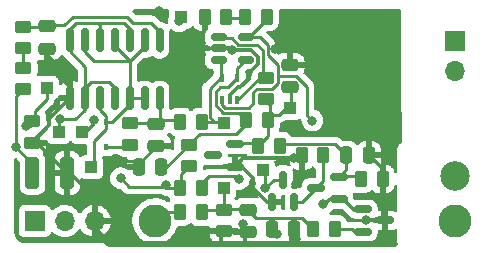
<source format=gbl>
G04 #@! TF.GenerationSoftware,KiCad,Pcbnew,5.99.0-unknown-4920692bcd~125~ubuntu20.04.1*
G04 #@! TF.CreationDate,2021-04-19T16:17:19+09:00*
G04 #@! TF.ProjectId,OpenHVPS-5,4f70656e-4856-4505-932d-352e6b696361,V1.2.1*
G04 #@! TF.SameCoordinates,Original*
G04 #@! TF.FileFunction,Copper,L4,Bot*
G04 #@! TF.FilePolarity,Positive*
%FSLAX46Y46*%
G04 Gerber Fmt 4.6, Leading zero omitted, Abs format (unit mm)*
G04 Created by KiCad (PCBNEW 5.99.0-unknown-4920692bcd~125~ubuntu20.04.1) date 2021-04-19 16:17:19*
%MOMM*%
%LPD*%
G01*
G04 APERTURE LIST*
G04 Aperture macros list*
%AMRoundRect*
0 Rectangle with rounded corners*
0 $1 Rounding radius*
0 $2 $3 $4 $5 $6 $7 $8 $9 X,Y pos of 4 corners*
0 Add a 4 corners polygon primitive as box body*
4,1,4,$2,$3,$4,$5,$6,$7,$8,$9,$2,$3,0*
0 Add four circle primitives for the rounded corners*
1,1,$1+$1,$2,$3*
1,1,$1+$1,$4,$5*
1,1,$1+$1,$6,$7*
1,1,$1+$1,$8,$9*
0 Add four rect primitives between the rounded corners*
20,1,$1+$1,$2,$3,$4,$5,0*
20,1,$1+$1,$4,$5,$6,$7,0*
20,1,$1+$1,$6,$7,$8,$9,0*
20,1,$1+$1,$8,$9,$2,$3,0*%
G04 Aperture macros list end*
G04 #@! TA.AperFunction,ComponentPad*
%ADD10R,1.700000X1.700000*%
G04 #@! TD*
G04 #@! TA.AperFunction,ComponentPad*
%ADD11O,1.700000X1.700000*%
G04 #@! TD*
G04 #@! TA.AperFunction,ComponentPad*
%ADD12C,2.500000*%
G04 #@! TD*
G04 #@! TA.AperFunction,ComponentPad*
%ADD13C,2.800000*%
G04 #@! TD*
G04 #@! TA.AperFunction,SMDPad,CuDef*
%ADD14R,1.000000X1.000000*%
G04 #@! TD*
G04 #@! TA.AperFunction,SMDPad,CuDef*
%ADD15RoundRect,0.250000X-0.262500X-0.450000X0.262500X-0.450000X0.262500X0.450000X-0.262500X0.450000X0*%
G04 #@! TD*
G04 #@! TA.AperFunction,SMDPad,CuDef*
%ADD16RoundRect,0.150000X0.587500X0.150000X-0.587500X0.150000X-0.587500X-0.150000X0.587500X-0.150000X0*%
G04 #@! TD*
G04 #@! TA.AperFunction,SMDPad,CuDef*
%ADD17RoundRect,0.250000X0.262500X0.450000X-0.262500X0.450000X-0.262500X-0.450000X0.262500X-0.450000X0*%
G04 #@! TD*
G04 #@! TA.AperFunction,SMDPad,CuDef*
%ADD18RoundRect,0.250000X-0.250000X-0.475000X0.250000X-0.475000X0.250000X0.475000X-0.250000X0.475000X0*%
G04 #@! TD*
G04 #@! TA.AperFunction,SMDPad,CuDef*
%ADD19RoundRect,0.250000X-0.475000X0.250000X-0.475000X-0.250000X0.475000X-0.250000X0.475000X0.250000X0*%
G04 #@! TD*
G04 #@! TA.AperFunction,SMDPad,CuDef*
%ADD20RoundRect,0.250000X0.450000X-0.262500X0.450000X0.262500X-0.450000X0.262500X-0.450000X-0.262500X0*%
G04 #@! TD*
G04 #@! TA.AperFunction,SMDPad,CuDef*
%ADD21RoundRect,0.250000X-0.450000X0.262500X-0.450000X-0.262500X0.450000X-0.262500X0.450000X0.262500X0*%
G04 #@! TD*
G04 #@! TA.AperFunction,SMDPad,CuDef*
%ADD22R,0.450000X0.600000*%
G04 #@! TD*
G04 #@! TA.AperFunction,SMDPad,CuDef*
%ADD23RoundRect,0.150000X-0.512500X-0.150000X0.512500X-0.150000X0.512500X0.150000X-0.512500X0.150000X0*%
G04 #@! TD*
G04 #@! TA.AperFunction,SMDPad,CuDef*
%ADD24RoundRect,0.150000X-0.587500X-0.150000X0.587500X-0.150000X0.587500X0.150000X-0.587500X0.150000X0*%
G04 #@! TD*
G04 #@! TA.AperFunction,SMDPad,CuDef*
%ADD25RoundRect,0.150000X0.150000X-0.587500X0.150000X0.587500X-0.150000X0.587500X-0.150000X-0.587500X0*%
G04 #@! TD*
G04 #@! TA.AperFunction,SMDPad,CuDef*
%ADD26RoundRect,0.150000X0.150000X-0.825000X0.150000X0.825000X-0.150000X0.825000X-0.150000X-0.825000X0*%
G04 #@! TD*
G04 #@! TA.AperFunction,SMDPad,CuDef*
%ADD27RoundRect,0.250000X0.250000X0.475000X-0.250000X0.475000X-0.250000X-0.475000X0.250000X-0.475000X0*%
G04 #@! TD*
G04 #@! TA.AperFunction,SMDPad,CuDef*
%ADD28RoundRect,0.250000X0.475000X-0.250000X0.475000X0.250000X-0.475000X0.250000X-0.475000X-0.250000X0*%
G04 #@! TD*
G04 #@! TA.AperFunction,SMDPad,CuDef*
%ADD29RoundRect,0.250000X-0.325000X-1.100000X0.325000X-1.100000X0.325000X1.100000X-0.325000X1.100000X0*%
G04 #@! TD*
G04 #@! TA.AperFunction,SMDPad,CuDef*
%ADD30R,0.400000X0.650000*%
G04 #@! TD*
G04 #@! TA.AperFunction,ViaPad*
%ADD31C,0.800000*%
G04 #@! TD*
G04 #@! TA.AperFunction,Conductor*
%ADD32C,0.250000*%
G04 #@! TD*
G04 #@! TA.AperFunction,Conductor*
%ADD33C,0.330200*%
G04 #@! TD*
G04 #@! TA.AperFunction,Conductor*
%ADD34C,0.500000*%
G04 #@! TD*
G04 APERTURE END LIST*
D10*
X164060000Y-60325000D03*
D11*
X164060000Y-62865000D03*
D12*
X164060000Y-71755000D03*
D13*
X164060000Y-75565000D03*
X138660000Y-75565000D03*
D10*
X128500000Y-75565000D03*
D11*
X131040000Y-75565000D03*
X133580000Y-75565000D03*
D14*
X132520000Y-68020000D03*
D15*
X140795500Y-74803000D03*
X142620500Y-74803000D03*
D14*
X150100000Y-66000000D03*
D15*
X140795500Y-72771000D03*
X142620500Y-72771000D03*
D16*
X154207500Y-71820000D03*
X154207500Y-73720000D03*
X152332500Y-72770000D03*
D14*
X140900000Y-58265000D03*
D17*
X144712500Y-58265000D03*
X142887500Y-58265000D03*
D18*
X148550000Y-76270000D03*
X150450000Y-76270000D03*
D19*
X129520000Y-59070000D03*
X129520000Y-60970000D03*
D14*
X133270000Y-71020000D03*
D18*
X154870000Y-70020000D03*
X156770000Y-70020000D03*
D20*
X141520000Y-70932500D03*
X141520000Y-69107500D03*
D21*
X144502000Y-74607500D03*
X144502000Y-76432500D03*
D22*
X134520000Y-67170000D03*
X134520000Y-69270000D03*
D21*
X127520000Y-59107500D03*
X127520000Y-60932500D03*
D23*
X144062500Y-61915000D03*
X144062500Y-60965000D03*
X144062500Y-60015000D03*
X146337500Y-60015000D03*
X146337500Y-61915000D03*
D19*
X146534000Y-74615000D03*
X146534000Y-76515000D03*
D24*
X156262500Y-76470000D03*
X156262500Y-74570000D03*
X158137500Y-75520000D03*
D15*
X146387500Y-67024000D03*
X148212500Y-67024000D03*
D25*
X150470000Y-73957500D03*
X148570000Y-73957500D03*
X149520000Y-72082500D03*
D14*
X129520000Y-64270000D03*
D17*
X148112500Y-58265000D03*
X146287500Y-58265000D03*
D19*
X138770000Y-67320000D03*
X138770000Y-69220000D03*
D15*
X147399500Y-69215000D03*
X149224500Y-69215000D03*
D14*
X144500000Y-67265000D03*
X144520000Y-72770000D03*
X147804000Y-71247000D03*
D26*
X139080000Y-65195000D03*
X137810000Y-65195000D03*
X136540000Y-65195000D03*
X135270000Y-65195000D03*
X134000000Y-65195000D03*
X132730000Y-65195000D03*
X131460000Y-65195000D03*
X131460000Y-60245000D03*
X132730000Y-60245000D03*
X134000000Y-60245000D03*
X135270000Y-60245000D03*
X136540000Y-60245000D03*
X137810000Y-60245000D03*
X139080000Y-60245000D03*
D21*
X128270000Y-67107500D03*
X128270000Y-68932500D03*
D27*
X139220000Y-71020000D03*
X137320000Y-71020000D03*
D15*
X140795500Y-67183000D03*
X142620500Y-67183000D03*
D21*
X136520000Y-67307500D03*
X136520000Y-69132500D03*
D15*
X156107500Y-72020000D03*
X157932500Y-72020000D03*
D14*
X130520000Y-68020000D03*
D16*
X145457500Y-69070000D03*
X145457500Y-70970000D03*
X143582500Y-70020000D03*
D17*
X152932500Y-70020000D03*
X151107500Y-70020000D03*
D28*
X150100000Y-64250000D03*
X150100000Y-62350000D03*
D20*
X127520000Y-64432500D03*
X127520000Y-62607500D03*
X148100000Y-65277500D03*
X148100000Y-63452500D03*
D29*
X128295000Y-71501000D03*
X131245000Y-71501000D03*
D17*
X153912500Y-76270000D03*
X152087500Y-76270000D03*
D30*
X145650000Y-65339000D03*
X145000000Y-65339000D03*
X144350000Y-65339000D03*
X144350000Y-63439000D03*
X145650000Y-63439000D03*
D31*
X145200000Y-61113817D03*
X154500000Y-68000000D03*
X146153000Y-75819000D03*
X150400000Y-70231000D03*
X150600000Y-77072500D03*
X132770000Y-72770000D03*
X141700000Y-61065000D03*
X148861441Y-61049870D03*
X138020000Y-62770000D03*
X156567000Y-75520000D03*
X150600000Y-72465000D03*
X135770000Y-70520000D03*
X130270000Y-62270000D03*
X139020000Y-57770000D03*
X133520000Y-67020000D03*
X139634500Y-72517000D03*
X135764700Y-71941100D03*
X126920900Y-69342400D03*
X148020000Y-72770000D03*
X130664198Y-66968888D03*
X149000000Y-76665000D03*
X145770000Y-72020000D03*
X152919800Y-74131600D03*
X127770000Y-67520000D03*
X140700000Y-58665000D03*
X152000000Y-67065000D03*
D32*
X140627500Y-67000000D02*
X140857500Y-66770000D01*
X138770000Y-67320000D02*
X139090000Y-67000000D01*
X138758000Y-67307500D02*
X138770000Y-67320000D01*
X139080000Y-65195000D02*
X139080000Y-67010000D01*
X139080000Y-67010000D02*
X138770000Y-67320000D01*
X139090000Y-67000000D02*
X140627500Y-67000000D01*
X136520000Y-67307500D02*
X138758000Y-67307500D01*
D33*
X156567000Y-75520000D02*
X157457500Y-75520000D01*
X150600000Y-72465000D02*
X150400000Y-72665000D01*
X158137500Y-77516500D02*
X158141000Y-77520000D01*
X131460000Y-65195000D02*
X129728389Y-66926611D01*
X146005000Y-70970000D02*
X147000000Y-71965000D01*
D34*
X134770000Y-77520000D02*
X158141000Y-77520000D01*
D33*
X139020000Y-57770000D02*
X139250000Y-58000000D01*
X157932500Y-72020000D02*
X157932500Y-71182500D01*
X129728389Y-66926611D02*
X129728389Y-67474111D01*
X131460000Y-65195000D02*
X131460000Y-64210000D01*
D32*
X131318000Y-70612000D02*
X131318000Y-70568000D01*
X131318000Y-71341500D02*
X131342000Y-71341500D01*
X137520000Y-70520000D02*
X135770000Y-70520000D01*
D33*
X131460000Y-64210000D02*
X130270000Y-63020000D01*
X146270000Y-76470000D02*
X146270000Y-77520000D01*
X146600000Y-63065000D02*
X146600000Y-63565000D01*
X146822000Y-61087000D02*
X147383380Y-61648380D01*
D34*
X158141000Y-77520000D02*
X159020000Y-77520000D01*
D33*
X150083380Y-70206620D02*
X150025000Y-70265000D01*
X131501000Y-71501000D02*
X132770000Y-72770000D01*
X133580000Y-75565000D02*
X133580000Y-76330000D01*
X144062500Y-60965000D02*
X145051183Y-60965000D01*
X148183915Y-73957500D02*
X148570000Y-73957500D01*
X146600000Y-63565000D02*
X145900000Y-64265000D01*
X150220000Y-76270000D02*
X150220000Y-77470000D01*
X145200000Y-61113817D02*
X145226817Y-61087000D01*
X132770000Y-72770000D02*
X133520000Y-72770000D01*
X157932500Y-72020000D02*
X157932500Y-75315000D01*
X144270000Y-76432500D02*
X144270000Y-77520000D01*
X145000000Y-64939100D02*
X145000000Y-65339000D01*
X129728389Y-67474111D02*
X128270000Y-68932500D01*
D32*
X138770000Y-69220000D02*
X138770000Y-69270000D01*
D33*
X133580000Y-73580000D02*
X132770000Y-72770000D01*
X146162500Y-70265000D02*
X145457500Y-70970000D01*
X128676500Y-68932500D02*
X128270000Y-68932500D01*
X147000000Y-72773585D02*
X148183915Y-73957500D01*
X145457500Y-70970000D02*
X145457500Y-70832500D01*
X145051183Y-60965000D02*
X145200000Y-61113817D01*
X131245000Y-71501000D02*
X128676500Y-68932500D01*
D32*
X138770000Y-69220000D02*
X138570000Y-69220000D01*
D34*
X133580000Y-76330000D02*
X134770000Y-77520000D01*
D33*
X130270000Y-63020000D02*
X130270000Y-62270000D01*
D32*
X138770000Y-69270000D02*
X137520000Y-70520000D01*
D33*
X145457500Y-70970000D02*
X146005000Y-70970000D01*
X129520000Y-61520000D02*
X129520000Y-60970000D01*
X133580000Y-75565000D02*
X133580000Y-73580000D01*
X138090000Y-62700000D02*
X138020000Y-62770000D01*
X133520000Y-72770000D02*
X135770000Y-70520000D01*
X147383380Y-62281620D02*
X146600000Y-63065000D01*
X157932500Y-75315000D02*
X158137500Y-75520000D01*
D32*
X131318000Y-70568000D02*
X131318000Y-70612000D01*
D33*
X146270000Y-75770000D02*
X146270000Y-76470000D01*
D32*
X131318000Y-71341500D02*
X131318000Y-70612000D01*
D33*
X145226817Y-61087000D02*
X146822000Y-61087000D01*
X147000000Y-71965000D02*
X147000000Y-72773585D01*
X145674100Y-64265000D02*
X145000000Y-64939100D01*
X150025000Y-70265000D02*
X146162500Y-70265000D01*
X131245000Y-71501000D02*
X131501000Y-71501000D01*
X147383380Y-61648380D02*
X147383380Y-62281620D01*
D34*
X131318000Y-72068000D02*
X131318000Y-71341500D01*
D33*
X157932500Y-71182500D02*
X156770000Y-70020000D01*
X130270000Y-62270000D02*
X129520000Y-61520000D01*
X158137500Y-75520000D02*
X158137500Y-77516500D01*
X150400000Y-72665000D02*
X150393382Y-72665000D01*
D32*
X151020000Y-69479400D02*
X151020000Y-70569000D01*
D33*
X145900000Y-64265000D02*
X145674100Y-64265000D01*
D32*
X133520000Y-67270000D02*
X133520000Y-67020000D01*
X132520000Y-68270000D02*
X133520000Y-67270000D01*
X156107500Y-72020000D02*
X155857500Y-71770000D01*
X149371020Y-69068480D02*
X149224500Y-69215000D01*
X154870000Y-70020000D02*
X153918480Y-69068480D01*
X155857500Y-71770000D02*
X154257500Y-71770000D01*
X154870000Y-70020000D02*
X154870000Y-71157500D01*
X154257500Y-71770000D02*
X154207500Y-71820000D01*
X154870000Y-71157500D02*
X154207500Y-71820000D01*
X153918480Y-69068480D02*
X149371020Y-69068480D01*
X154870000Y-70020000D02*
X154770000Y-70020000D01*
X154307500Y-71920000D02*
X154207500Y-71820000D01*
X154308000Y-71920000D02*
X154307500Y-71920000D01*
X154308000Y-71920000D02*
X154208000Y-71820000D01*
X156108000Y-72020000D02*
X156107500Y-72020000D01*
X128368000Y-71341500D02*
X128368000Y-70789500D01*
X139634500Y-72668600D02*
X136492200Y-72668600D01*
X139735900Y-72770000D02*
X139634500Y-72668600D01*
X140857500Y-72770000D02*
X140857500Y-71595000D01*
X136492200Y-72668600D02*
X135764700Y-71941100D01*
X127083100Y-69180200D02*
X126920900Y-69342400D01*
X140379300Y-72770000D02*
X139735900Y-72770000D01*
X128368000Y-70789500D02*
X126920900Y-69342400D01*
X126920900Y-65031600D02*
X127520000Y-64432500D01*
X140695000Y-72770000D02*
X140695000Y-72454300D01*
X126920900Y-69342400D02*
X126920900Y-65031600D01*
X140857500Y-71595000D02*
X141520000Y-70932500D01*
X140695000Y-72454300D02*
X140379300Y-72770000D01*
X139634500Y-72668600D02*
X139634500Y-72517000D01*
X148707500Y-72082500D02*
X149520000Y-72082500D01*
X149457500Y-72020000D02*
X149513300Y-72075700D01*
X148020000Y-71385000D02*
X148020000Y-72770000D01*
X147900000Y-71265000D02*
X148020000Y-71385000D01*
X148020000Y-72770000D02*
X148707500Y-72082500D01*
X149513300Y-72075700D02*
X149520000Y-72082500D01*
X151738500Y-73363700D02*
X152332000Y-72770000D01*
X150470000Y-73957500D02*
X151145000Y-73957500D01*
X152932500Y-72170000D02*
X152332500Y-72770000D01*
X151738500Y-73363700D02*
X151738800Y-73363700D01*
X152932500Y-70020000D02*
X152932500Y-72170000D01*
X151145000Y-73957500D02*
X151738500Y-73363700D01*
X151738800Y-73363700D02*
X152332500Y-72770000D01*
X136300000Y-58300000D02*
X136800000Y-58800000D01*
X136800000Y-58800000D02*
X138300000Y-58800000D01*
X131700000Y-58300000D02*
X136300000Y-58300000D01*
X129520000Y-59070000D02*
X129590000Y-59000000D01*
X127520000Y-59107500D02*
X129482500Y-59107500D01*
X139080000Y-59580000D02*
X139080000Y-60245000D01*
X129590000Y-59000000D02*
X131000000Y-59000000D01*
X129482500Y-59107500D02*
X129520000Y-59070000D01*
X138300000Y-58800000D02*
X139080000Y-59580000D01*
X131000000Y-59000000D02*
X131700000Y-58300000D01*
X139080000Y-60245000D02*
X139080000Y-61210000D01*
X132730000Y-60245000D02*
X132730000Y-59760000D01*
X137810000Y-60245000D02*
X137810000Y-60730000D01*
X132730000Y-61230000D02*
X133520000Y-62020000D01*
X134520000Y-67770000D02*
X133520000Y-68770000D01*
X134520000Y-67170000D02*
X134520000Y-66720000D01*
X134520000Y-66720000D02*
X134000000Y-66200000D01*
X136540000Y-65700000D02*
X135020000Y-67220000D01*
X132730000Y-60245000D02*
X132730000Y-61230000D01*
X135270000Y-60245000D02*
X135270000Y-61020000D01*
X137770000Y-60285000D02*
X137810000Y-60245000D01*
X136540000Y-65195000D02*
X137810000Y-65195000D01*
X134020000Y-65175000D02*
X134000000Y-65195000D01*
X133520000Y-70770000D02*
X133270000Y-71020000D01*
X134570000Y-67220000D02*
X134520000Y-67170000D01*
X136540000Y-62000000D02*
X135270000Y-60730000D01*
X137770000Y-60770000D02*
X137770000Y-60285000D01*
X136540000Y-65195000D02*
X136540000Y-62250000D01*
X133520000Y-62020000D02*
X136520000Y-62020000D01*
X136540000Y-65195000D02*
X136540000Y-65700000D01*
X134520000Y-67170000D02*
X134520000Y-67770000D01*
X135270000Y-60730000D02*
X135270000Y-60245000D01*
X133520000Y-68770000D02*
X133520000Y-70770000D01*
X136540000Y-62250000D02*
X136540000Y-62000000D01*
X134000000Y-66200000D02*
X134000000Y-65195000D01*
X136540000Y-62000000D02*
X137810000Y-60730000D01*
X135270000Y-60245000D02*
X135270000Y-60980000D01*
X135020000Y-67220000D02*
X134570000Y-67220000D01*
X135270000Y-59470000D02*
X135270000Y-60245000D01*
X147845000Y-64881250D02*
X147895000Y-64831250D01*
X148412500Y-66600000D02*
X149200000Y-66600000D01*
X145457500Y-69070000D02*
X145577500Y-68950000D01*
X148412500Y-66887500D02*
X148412500Y-66600000D01*
X149200000Y-66600000D02*
X149800000Y-66000000D01*
X145577500Y-68950000D02*
X147137500Y-68950000D01*
X148412500Y-66600000D02*
X148412500Y-65712500D01*
X147900000Y-65200000D02*
X147900000Y-64812500D01*
X150200000Y-64350000D02*
X150100000Y-64250000D01*
X149750000Y-63900000D02*
X150100000Y-64250000D01*
X149800000Y-66000000D02*
X150200000Y-66000000D01*
X150200000Y-66000000D02*
X150200000Y-64350000D01*
X148212500Y-68402000D02*
X147399500Y-69215000D01*
X148412500Y-65712500D02*
X147900000Y-65200000D01*
X148212500Y-67024000D02*
X148212500Y-68402000D01*
X145720000Y-69070000D02*
X145457500Y-69070000D01*
X132020000Y-58770000D02*
X133770000Y-58770000D01*
X132730000Y-65195000D02*
X132730000Y-66170000D01*
X131460000Y-60245000D02*
X131460000Y-61210000D01*
X135270000Y-64270000D02*
X135270000Y-65195000D01*
X133770000Y-58770000D02*
X134000000Y-59000000D01*
X132730000Y-64310000D02*
X133270000Y-63770000D01*
X132770000Y-65155000D02*
X132730000Y-65195000D01*
X133770000Y-58770000D02*
X136020000Y-58770000D01*
X131460000Y-61210000D02*
X132770000Y-62520000D01*
X130520000Y-68270000D02*
X130520000Y-67113086D01*
X134770000Y-63770000D02*
X135270000Y-64270000D01*
X131460000Y-60245000D02*
X131460000Y-59330000D01*
X133270000Y-63770000D02*
X134770000Y-63770000D01*
X131931112Y-66968888D02*
X130664198Y-66968888D01*
X132770000Y-62520000D02*
X132770000Y-65155000D01*
X132730000Y-65195000D02*
X132730000Y-64310000D01*
X136020000Y-58770000D02*
X136540000Y-59290000D01*
X134000000Y-59000000D02*
X134000000Y-60245000D01*
X136540000Y-59290000D02*
X136540000Y-60245000D01*
X132730000Y-66170000D02*
X131931112Y-66968888D01*
X131460000Y-59330000D02*
X132020000Y-58770000D01*
X130520000Y-67113086D02*
X130664198Y-66968888D01*
X136382000Y-69270000D02*
X136520000Y-69132500D01*
X134520000Y-69270000D02*
X136382000Y-69270000D01*
X151110980Y-75293480D02*
X147212480Y-75293480D01*
X142816000Y-74607500D02*
X144270000Y-74607500D01*
X144308000Y-74570000D02*
X144270000Y-74607500D01*
X146270000Y-74570000D02*
X144308000Y-74570000D01*
X151857500Y-76107500D02*
X151857500Y-76040000D01*
X142620500Y-74803000D02*
X142816000Y-74607500D01*
X144502000Y-74607500D02*
X144520000Y-72770000D01*
X147212480Y-75293480D02*
X146534000Y-74615000D01*
X151857500Y-76040000D02*
X151110980Y-75293480D01*
X144270000Y-74607500D02*
X144502000Y-74607500D01*
X127520000Y-60932500D02*
X127520000Y-62607500D01*
X139422000Y-74803000D02*
X138660000Y-75565000D01*
X140795500Y-74803000D02*
X139422000Y-74803000D01*
X149020000Y-76520000D02*
X148570000Y-76520000D01*
X142520500Y-72770500D02*
X142520000Y-72770000D01*
X142520500Y-72770500D02*
X142520500Y-72770000D01*
X142682500Y-72357500D02*
X143270000Y-71770000D01*
X142682500Y-72770000D02*
X142682500Y-72357500D01*
X143270000Y-71770000D02*
X145520000Y-71770000D01*
X148570000Y-76520000D02*
X148320000Y-76270000D01*
X145520000Y-71770000D02*
X145770000Y-72020000D01*
X148270000Y-76270000D02*
X148320000Y-76270000D01*
X153008400Y-74131600D02*
X152919800Y-74131600D01*
X154620000Y-73720000D02*
X155500000Y-74600000D01*
X153420000Y-73720000D02*
X153008400Y-74131600D01*
X154207500Y-73720000D02*
X154620000Y-73720000D01*
X154207500Y-73720000D02*
X153420000Y-73720000D01*
X153682500Y-76270000D02*
X155382500Y-76270000D01*
X155382500Y-76270000D02*
X155582500Y-76470000D01*
X155582500Y-76395100D02*
X155582500Y-76470000D01*
X141520000Y-69107500D02*
X141770000Y-68857500D01*
X145650000Y-62602500D02*
X146337500Y-61915000D01*
X139220000Y-71020000D02*
X139607500Y-71020000D01*
X143800000Y-65766720D02*
X143800000Y-64665000D01*
X143800000Y-64665000D02*
X144200000Y-64265000D01*
X145650000Y-63439000D02*
X145650000Y-62602500D01*
X146587500Y-67112500D02*
X145518000Y-68199000D01*
X145794989Y-66431489D02*
X144464769Y-66431489D01*
X144200000Y-64265000D02*
X144824000Y-64265000D01*
X145518000Y-68199000D02*
X142470000Y-68199000D01*
X144464769Y-66431489D02*
X143800000Y-65766720D01*
X139607500Y-71020000D02*
X141520000Y-69107500D01*
X144824000Y-64265000D02*
X145650000Y-63439000D01*
X146387500Y-67024000D02*
X145794989Y-66431489D01*
X142470000Y-68199000D02*
X141520000Y-69020000D01*
X141520000Y-69020000D02*
X141520000Y-69107500D01*
X128107500Y-67520000D02*
X128520000Y-67107500D01*
X129520000Y-65270000D02*
X128520000Y-66270000D01*
X129520000Y-65270000D02*
X129520000Y-64270000D01*
X127770000Y-67520000D02*
X128107500Y-67520000D01*
X128520000Y-66270000D02*
X128520000Y-67107500D01*
X143705000Y-67183000D02*
X143300000Y-66778000D01*
X143300000Y-66778000D02*
X143300000Y-64365000D01*
X143705000Y-67183000D02*
X144555000Y-67183000D01*
X142682500Y-67183000D02*
X143705000Y-67183000D01*
X144262500Y-63402500D02*
X144262500Y-62015000D01*
X143300000Y-64365000D02*
X144262500Y-63402500D01*
X147291836Y-64365000D02*
X148616328Y-64365000D01*
X147550000Y-60015000D02*
X146337500Y-60015000D01*
X149100000Y-63881328D02*
X149100000Y-63865000D01*
X147000000Y-64656836D02*
X147291836Y-64365000D01*
X146537500Y-60115000D02*
X146537500Y-60040000D01*
X149165000Y-63300000D02*
X149100000Y-63365000D01*
X150591328Y-63300000D02*
X149165000Y-63300000D01*
X144600000Y-65965000D02*
X146601720Y-65965000D01*
X144600000Y-65965000D02*
X145062000Y-65965000D01*
X151500000Y-66565000D02*
X151500000Y-64208672D01*
X146601720Y-65965000D02*
X147000000Y-65566720D01*
X144350000Y-65339000D02*
X144350000Y-65715000D01*
X149100000Y-63365000D02*
X149100000Y-63865000D01*
X149100000Y-63865000D02*
X149100000Y-62404358D01*
X151500000Y-64208672D02*
X150591328Y-63300000D01*
X144350000Y-65715000D02*
X144600000Y-65965000D01*
X146537500Y-60040000D02*
X148212500Y-58365000D01*
X148209930Y-61514288D02*
X148209930Y-60674930D01*
X152000000Y-67065000D02*
X151500000Y-66565000D01*
X149100000Y-62404358D02*
X148209930Y-61514288D01*
X147000000Y-65566720D02*
X147000000Y-64656836D01*
X148616328Y-64365000D02*
X149100000Y-63881328D01*
X148209930Y-60674930D02*
X147550000Y-60015000D01*
X152000000Y-67065000D02*
X151955000Y-67020000D01*
X144712500Y-58365000D02*
X146387500Y-58365000D01*
X147736500Y-63252500D02*
X145650000Y-65339000D01*
X147341565Y-60670389D02*
X145720809Y-60670389D01*
X147900000Y-62987500D02*
X147712500Y-62987500D01*
X147800000Y-61128824D02*
X147341565Y-60670389D01*
X147800000Y-63214000D02*
X147800000Y-61128824D01*
X145720809Y-60670389D02*
X145165420Y-60115000D01*
X147716620Y-63297380D02*
X147800000Y-63214000D01*
X145165420Y-60115000D02*
X144262500Y-60115000D01*
X148100000Y-63252500D02*
X147736500Y-63252500D01*
G04 #@! TA.AperFunction,Conductor*
G36*
X129516995Y-68698502D02*
G01*
X129554872Y-68736379D01*
X129627051Y-68848691D01*
X129627053Y-68848694D01*
X129631923Y-68856271D01*
X129638733Y-68862172D01*
X129735569Y-68946082D01*
X129735572Y-68946084D01*
X129742381Y-68951984D01*
X129750579Y-68955728D01*
X129775739Y-68967218D01*
X129875330Y-69012700D01*
X129884245Y-69013982D01*
X129884246Y-69013982D01*
X130015552Y-69032861D01*
X130015559Y-69032862D01*
X130020000Y-69033500D01*
X131020000Y-69033500D01*
X131093079Y-69028273D01*
X131191719Y-68999310D01*
X131224670Y-68989635D01*
X131224672Y-68989634D01*
X131233316Y-68987096D01*
X131308033Y-68939078D01*
X131348691Y-68912949D01*
X131348694Y-68912947D01*
X131356271Y-68908077D01*
X131374789Y-68886707D01*
X131423432Y-68830570D01*
X131483158Y-68792186D01*
X131554154Y-68792186D01*
X131613880Y-68830570D01*
X131624652Y-68844958D01*
X131626930Y-68848502D01*
X131631923Y-68856271D01*
X131638733Y-68862172D01*
X131735569Y-68946082D01*
X131735572Y-68946084D01*
X131742381Y-68951984D01*
X131750579Y-68955728D01*
X131775739Y-68967218D01*
X131875330Y-69012700D01*
X131884245Y-69013982D01*
X131884246Y-69013982D01*
X132015552Y-69032861D01*
X132015559Y-69032862D01*
X132020000Y-69033500D01*
X132760500Y-69033500D01*
X132828621Y-69053502D01*
X132875114Y-69107158D01*
X132886500Y-69159500D01*
X132886500Y-69880858D01*
X132866498Y-69948979D01*
X132812842Y-69995472D01*
X132769490Y-70006536D01*
X132696921Y-70011727D01*
X132627111Y-70032225D01*
X132565330Y-70050365D01*
X132565328Y-70050366D01*
X132556684Y-70052904D01*
X132509327Y-70083339D01*
X132440653Y-70127473D01*
X132372532Y-70147475D01*
X132304412Y-70127473D01*
X132257918Y-70073818D01*
X132255181Y-70067126D01*
X132248227Y-70053240D01*
X132159359Y-69917694D01*
X132150035Y-69906542D01*
X132032371Y-69795078D01*
X132020724Y-69786365D01*
X131880571Y-69704957D01*
X131867246Y-69699163D01*
X131711300Y-69651932D01*
X131698677Y-69649484D01*
X131628816Y-69643249D01*
X131623221Y-69643000D01*
X131517115Y-69643000D01*
X131501876Y-69647475D01*
X131500671Y-69648865D01*
X131499000Y-69656548D01*
X131499000Y-73340885D01*
X131503475Y-73356124D01*
X131504865Y-73357329D01*
X131512548Y-73359000D01*
X131609223Y-73359000D01*
X131616524Y-73358576D01*
X131738255Y-73344383D01*
X131752410Y-73341037D01*
X131904761Y-73285737D01*
X131917760Y-73279227D01*
X132053306Y-73190359D01*
X132064458Y-73181035D01*
X132175922Y-73063371D01*
X132184635Y-73051724D01*
X132266043Y-72911571D01*
X132271837Y-72898246D01*
X132319068Y-72742300D01*
X132321516Y-72729677D01*
X132327751Y-72659816D01*
X132328000Y-72654221D01*
X132328000Y-72072974D01*
X132348002Y-72004853D01*
X132401658Y-71958360D01*
X132471932Y-71948256D01*
X132506342Y-71958360D01*
X132617136Y-72008958D01*
X132625330Y-72012700D01*
X132634245Y-72013982D01*
X132634246Y-72013982D01*
X132765552Y-72032861D01*
X132765559Y-72032862D01*
X132770000Y-72033500D01*
X133770000Y-72033500D01*
X133843079Y-72028273D01*
X133922841Y-72004853D01*
X133974670Y-71989635D01*
X133974672Y-71989634D01*
X133983316Y-71987096D01*
X134043752Y-71948256D01*
X134098691Y-71912949D01*
X134098694Y-71912947D01*
X134106271Y-71908077D01*
X134112172Y-71901267D01*
X134196082Y-71804431D01*
X134196084Y-71804428D01*
X134201984Y-71797619D01*
X134262700Y-71664670D01*
X134275473Y-71575831D01*
X134282861Y-71524448D01*
X134282862Y-71524441D01*
X134283500Y-71520000D01*
X134283500Y-70520000D01*
X134278273Y-70446921D01*
X134249869Y-70350184D01*
X134239635Y-70315330D01*
X134239634Y-70315328D01*
X134237096Y-70306684D01*
X134218419Y-70277622D01*
X134198416Y-70209501D01*
X134218417Y-70141380D01*
X134272073Y-70094887D01*
X134324416Y-70083500D01*
X134745000Y-70083500D01*
X134818079Y-70078273D01*
X134913126Y-70050365D01*
X134949670Y-70039635D01*
X134949672Y-70039634D01*
X134958316Y-70037096D01*
X135013978Y-70001324D01*
X135073691Y-69962949D01*
X135073694Y-69962947D01*
X135081271Y-69958077D01*
X135089155Y-69948979D01*
X135090883Y-69946985D01*
X135150610Y-69908603D01*
X135186105Y-69903500D01*
X135453860Y-69903500D01*
X135521981Y-69923502D01*
X135540511Y-69938026D01*
X135612645Y-70006358D01*
X135765555Y-70095175D01*
X135934796Y-70146433D01*
X135941236Y-70147008D01*
X135941237Y-70147008D01*
X136011185Y-70153251D01*
X136011191Y-70153251D01*
X136013978Y-70153500D01*
X136226895Y-70153500D01*
X136295016Y-70173502D01*
X136341509Y-70227158D01*
X136351613Y-70297432D01*
X136347486Y-70316022D01*
X136320933Y-70403697D01*
X136318484Y-70416323D01*
X136312249Y-70486184D01*
X136312000Y-70491779D01*
X136312000Y-70747885D01*
X136316475Y-70763124D01*
X136317865Y-70764329D01*
X136325548Y-70766000D01*
X137448000Y-70766000D01*
X137516121Y-70786002D01*
X137562614Y-70839658D01*
X137574000Y-70892000D01*
X137574000Y-71148000D01*
X137553998Y-71216121D01*
X137500342Y-71262614D01*
X137448000Y-71274000D01*
X136433081Y-71274000D01*
X136359020Y-71249936D01*
X136226792Y-71153867D01*
X136226791Y-71153866D01*
X136221450Y-71149986D01*
X136215422Y-71147302D01*
X136215420Y-71147301D01*
X136053018Y-71074995D01*
X136053017Y-71074995D01*
X136046987Y-71072310D01*
X135942193Y-71050035D01*
X135866644Y-71033976D01*
X135866639Y-71033976D01*
X135860187Y-71032604D01*
X135669213Y-71032604D01*
X135662761Y-71033976D01*
X135662756Y-71033976D01*
X135587207Y-71050035D01*
X135482413Y-71072310D01*
X135476383Y-71074995D01*
X135476382Y-71074995D01*
X135313980Y-71147301D01*
X135313978Y-71147302D01*
X135307950Y-71149986D01*
X135302609Y-71153866D01*
X135302608Y-71153867D01*
X135158793Y-71258354D01*
X135158791Y-71258356D01*
X135153449Y-71262237D01*
X135149028Y-71267147D01*
X135149027Y-71267148D01*
X135099075Y-71322626D01*
X135025663Y-71404158D01*
X134930176Y-71569546D01*
X134871162Y-71751173D01*
X134851200Y-71941100D01*
X134851890Y-71947665D01*
X134861445Y-72038571D01*
X134871162Y-72131027D01*
X134873202Y-72137305D01*
X134873202Y-72137306D01*
X134884826Y-72173082D01*
X134930176Y-72312654D01*
X135025663Y-72478042D01*
X135030081Y-72482949D01*
X135030082Y-72482950D01*
X135096705Y-72556942D01*
X135153449Y-72619963D01*
X135158791Y-72623844D01*
X135158793Y-72623846D01*
X135279439Y-72711500D01*
X135307950Y-72732214D01*
X135313978Y-72734898D01*
X135313980Y-72734899D01*
X135476382Y-72807205D01*
X135482413Y-72809890D01*
X135575813Y-72829743D01*
X135662756Y-72848224D01*
X135662761Y-72848224D01*
X135669213Y-72849596D01*
X135725101Y-72849596D01*
X135793222Y-72869598D01*
X135814196Y-72886501D01*
X135988818Y-73061123D01*
X135996169Y-73069201D01*
X136000227Y-73075595D01*
X136006006Y-73081022D01*
X136006007Y-73081023D01*
X136049062Y-73121454D01*
X136051892Y-73124197D01*
X136072233Y-73144538D01*
X136075653Y-73147190D01*
X136084676Y-73154897D01*
X136116899Y-73185157D01*
X136123843Y-73188974D01*
X136123848Y-73188978D01*
X136134650Y-73194916D01*
X136151177Y-73205772D01*
X136167177Y-73218183D01*
X136174448Y-73221330D01*
X136174449Y-73221330D01*
X136207751Y-73235741D01*
X136218407Y-73240962D01*
X136257152Y-73262262D01*
X136264835Y-73264234D01*
X136264836Y-73264235D01*
X136276768Y-73267299D01*
X136295472Y-73273703D01*
X136306785Y-73278599D01*
X136306792Y-73278601D01*
X136314064Y-73281748D01*
X136321888Y-73282987D01*
X136321891Y-73282988D01*
X136357735Y-73288665D01*
X136369356Y-73291072D01*
X136406418Y-73300587D01*
X136412175Y-73302065D01*
X136412731Y-73302100D01*
X136432652Y-73302100D01*
X136452362Y-73303651D01*
X136464314Y-73305544D01*
X136464315Y-73305544D01*
X136472144Y-73306784D01*
X136480036Y-73306038D01*
X136515782Y-73302659D01*
X136527640Y-73302100D01*
X139137459Y-73302100D01*
X139188708Y-73312993D01*
X139346182Y-73383105D01*
X139352213Y-73385790D01*
X139429218Y-73402158D01*
X139532556Y-73424124D01*
X139532561Y-73424124D01*
X139539013Y-73425496D01*
X139712143Y-73425496D01*
X139780264Y-73445498D01*
X139826757Y-73499154D01*
X139830582Y-73508505D01*
X139847252Y-73554430D01*
X139850313Y-73562864D01*
X139947187Y-73710622D01*
X139947188Y-73710624D01*
X139947269Y-73710747D01*
X139947248Y-73710761D01*
X139974363Y-73773008D01*
X139963026Y-73843093D01*
X139940826Y-73875394D01*
X139921642Y-73895645D01*
X139899066Y-73934513D01*
X139847555Y-73983371D01*
X139777806Y-73996625D01*
X139715964Y-73973100D01*
X139671167Y-73940493D01*
X139426068Y-73811540D01*
X139164921Y-73719319D01*
X138893197Y-73665763D01*
X138888640Y-73665536D01*
X138888639Y-73665536D01*
X138621157Y-73652220D01*
X138621151Y-73652220D01*
X138616588Y-73651993D01*
X138340888Y-73678297D01*
X138336454Y-73679382D01*
X138336448Y-73679383D01*
X138085506Y-73740788D01*
X138071873Y-73744124D01*
X138067647Y-73745836D01*
X138067643Y-73745837D01*
X137819412Y-73846381D01*
X137819407Y-73846384D01*
X137815179Y-73848096D01*
X137811244Y-73850400D01*
X137811238Y-73850403D01*
X137584147Y-73983371D01*
X137576182Y-73988035D01*
X137359889Y-74161008D01*
X137170832Y-74363393D01*
X137117339Y-74440502D01*
X137015573Y-74587196D01*
X137015570Y-74587201D01*
X137012970Y-74590949D01*
X137010938Y-74595034D01*
X137010936Y-74595037D01*
X136989392Y-74638342D01*
X136889611Y-74838911D01*
X136888190Y-74843245D01*
X136888189Y-74843248D01*
X136808935Y-75085013D01*
X136803339Y-75102082D01*
X136802559Y-75106573D01*
X136802559Y-75106574D01*
X136801600Y-75112098D01*
X136755961Y-75374952D01*
X136754507Y-75428699D01*
X136748991Y-75632562D01*
X136748470Y-75651802D01*
X136749005Y-75656320D01*
X136749005Y-75656326D01*
X136774063Y-75868035D01*
X136781022Y-75926834D01*
X136782206Y-75931236D01*
X136782207Y-75931243D01*
X136803787Y-76011500D01*
X136852936Y-76194286D01*
X136962705Y-76448556D01*
X137108029Y-76684317D01*
X137285865Y-76896629D01*
X137492487Y-77081046D01*
X137723567Y-77233705D01*
X137723289Y-77234126D01*
X137770837Y-77282790D01*
X137785123Y-77352334D01*
X137759543Y-77418563D01*
X137702218Y-77460447D01*
X137659584Y-77467889D01*
X133285528Y-77468819D01*
X127820524Y-77469982D01*
X127798876Y-77468112D01*
X127785461Y-77465774D01*
X127780594Y-77465686D01*
X127683864Y-77463937D01*
X127676255Y-77463569D01*
X127658659Y-77462184D01*
X127648836Y-77461022D01*
X127548779Y-77445175D01*
X127519028Y-77440463D01*
X127509320Y-77438531D01*
X127505660Y-77437652D01*
X127496148Y-77434969D01*
X127371155Y-77394356D01*
X127361886Y-77390937D01*
X127361757Y-77390884D01*
X127358426Y-77389504D01*
X127349436Y-77385360D01*
X127232321Y-77325686D01*
X127223681Y-77320847D01*
X127220493Y-77318893D01*
X127212277Y-77313403D01*
X127142427Y-77262655D01*
X127105936Y-77236142D01*
X127098181Y-77230028D01*
X127095309Y-77227575D01*
X127088055Y-77220869D01*
X126995127Y-77127940D01*
X126988412Y-77120676D01*
X126985971Y-77117818D01*
X126979846Y-77110048D01*
X126970775Y-77097562D01*
X126936307Y-77050122D01*
X126902599Y-77003726D01*
X126897105Y-76995504D01*
X126895150Y-76992314D01*
X126890313Y-76983678D01*
X126830641Y-76866566D01*
X126826494Y-76857569D01*
X126825060Y-76854106D01*
X126821641Y-76844837D01*
X126781030Y-76719852D01*
X126778350Y-76710353D01*
X126777466Y-76706669D01*
X126775539Y-76696985D01*
X126754977Y-76567156D01*
X126753814Y-76557332D01*
X126752431Y-76539758D01*
X126752064Y-76532152D01*
X126750366Y-76438299D01*
X126750285Y-76433816D01*
X126747616Y-76417312D01*
X126746000Y-76397197D01*
X126746000Y-74715000D01*
X127136500Y-74715000D01*
X127136500Y-76415000D01*
X127141727Y-76488079D01*
X127145191Y-76499875D01*
X127179338Y-76616170D01*
X127182904Y-76628316D01*
X127187775Y-76635895D01*
X127257051Y-76743691D01*
X127257053Y-76743694D01*
X127261923Y-76751271D01*
X127268733Y-76757172D01*
X127365569Y-76841082D01*
X127365572Y-76841084D01*
X127372381Y-76846984D01*
X127380579Y-76850728D01*
X127492998Y-76902068D01*
X127505330Y-76907700D01*
X127514245Y-76908982D01*
X127514246Y-76908982D01*
X127645552Y-76927861D01*
X127645559Y-76927862D01*
X127650000Y-76928500D01*
X129350000Y-76928500D01*
X129423079Y-76923273D01*
X129517179Y-76895643D01*
X129554670Y-76884635D01*
X129554672Y-76884634D01*
X129563316Y-76882096D01*
X129603835Y-76856056D01*
X129678691Y-76807949D01*
X129678694Y-76807947D01*
X129686271Y-76803077D01*
X129711086Y-76774439D01*
X129776082Y-76699431D01*
X129776084Y-76699428D01*
X129781984Y-76692619D01*
X129842700Y-76559670D01*
X129843320Y-76555360D01*
X129880432Y-76497610D01*
X129945012Y-76468117D01*
X130015286Y-76478220D01*
X130047335Y-76499270D01*
X130215629Y-76651069D01*
X130220142Y-76653928D01*
X130220144Y-76653929D01*
X130272123Y-76686852D01*
X130410406Y-76774439D01*
X130623184Y-76863228D01*
X130628387Y-76864425D01*
X130628392Y-76864426D01*
X130842678Y-76913701D01*
X130842683Y-76913702D01*
X130847881Y-76914897D01*
X130853209Y-76915200D01*
X130853212Y-76915200D01*
X131003877Y-76923755D01*
X131078071Y-76927968D01*
X131083378Y-76927368D01*
X131083380Y-76927368D01*
X131204272Y-76913701D01*
X131307173Y-76902068D01*
X131312288Y-76900587D01*
X131312292Y-76900586D01*
X131437161Y-76864426D01*
X131528635Y-76837937D01*
X131736125Y-76737409D01*
X131740463Y-76734309D01*
X131740468Y-76734306D01*
X131919370Y-76606459D01*
X131923711Y-76603357D01*
X132086030Y-76439617D01*
X132164679Y-76327503D01*
X132207953Y-76265816D01*
X132263449Y-76221536D01*
X132334075Y-76214289D01*
X132397407Y-76246375D01*
X132421781Y-76277958D01*
X132439550Y-76310617D01*
X132445402Y-76319491D01*
X132581486Y-76492113D01*
X132588750Y-76499875D01*
X132751967Y-76647094D01*
X132760444Y-76653528D01*
X132946122Y-76771136D01*
X132955567Y-76776053D01*
X133158406Y-76860694D01*
X133168545Y-76863950D01*
X133308345Y-76896096D01*
X133322422Y-76895257D01*
X133326000Y-76885999D01*
X133326000Y-75832548D01*
X133834000Y-75832548D01*
X133834000Y-76884941D01*
X133838151Y-76899079D01*
X133848798Y-76900774D01*
X133852192Y-76900096D01*
X134063333Y-76838954D01*
X134073259Y-76835143D01*
X134271065Y-76739307D01*
X134280212Y-76733876D01*
X134459041Y-76606083D01*
X134467149Y-76599182D01*
X134621893Y-76443082D01*
X134628706Y-76434933D01*
X134754940Y-76254988D01*
X134760295Y-76245787D01*
X134854399Y-76047156D01*
X134858123Y-76037197D01*
X134915968Y-75830718D01*
X134914430Y-75822351D01*
X134902137Y-75819000D01*
X133852115Y-75819000D01*
X133836876Y-75823475D01*
X133835671Y-75824865D01*
X133834000Y-75832548D01*
X133326000Y-75832548D01*
X133326000Y-74248717D01*
X133325328Y-74246430D01*
X133834000Y-74246430D01*
X133834000Y-75292885D01*
X133838475Y-75308124D01*
X133839865Y-75309329D01*
X133847548Y-75311000D01*
X134899079Y-75311000D01*
X134912610Y-75307027D01*
X134913876Y-75298218D01*
X134866954Y-75117433D01*
X134863419Y-75107395D01*
X134773147Y-74906998D01*
X134767967Y-74897692D01*
X134645218Y-74715366D01*
X134638557Y-74707080D01*
X134486830Y-74548030D01*
X134478873Y-74540990D01*
X134302523Y-74409782D01*
X134293486Y-74404178D01*
X134097550Y-74304559D01*
X134087699Y-74300559D01*
X133877778Y-74235378D01*
X133867396Y-74233095D01*
X133851959Y-74231049D01*
X133837792Y-74233246D01*
X133834000Y-74246430D01*
X133325328Y-74246430D01*
X133322027Y-74235186D01*
X133311420Y-74233661D01*
X133193554Y-74258391D01*
X133183358Y-74261451D01*
X132978932Y-74342182D01*
X132969396Y-74346916D01*
X132781486Y-74460942D01*
X132772896Y-74467206D01*
X132606884Y-74611264D01*
X132599464Y-74618895D01*
X132460100Y-74788860D01*
X132454079Y-74797622D01*
X132420427Y-74856739D01*
X132369344Y-74906045D01*
X132299714Y-74919906D01*
X132233643Y-74893922D01*
X132206405Y-74864773D01*
X132157886Y-74792705D01*
X132102627Y-74710626D01*
X132058388Y-74664251D01*
X131999099Y-74602101D01*
X131943482Y-74543799D01*
X131922920Y-74528500D01*
X131762786Y-74409357D01*
X131762787Y-74409357D01*
X131758504Y-74406171D01*
X131753753Y-74403755D01*
X131753749Y-74403753D01*
X131557740Y-74304097D01*
X131557739Y-74304097D01*
X131552982Y-74301678D01*
X131427965Y-74262859D01*
X131337895Y-74234891D01*
X131337889Y-74234890D01*
X131332792Y-74233307D01*
X131227798Y-74219391D01*
X131109515Y-74203714D01*
X131109510Y-74203714D01*
X131104230Y-74203014D01*
X131098900Y-74203214D01*
X131098899Y-74203214D01*
X131005320Y-74206727D01*
X130873831Y-74211663D01*
X130829246Y-74221018D01*
X130653411Y-74257912D01*
X130653408Y-74257913D01*
X130648184Y-74259009D01*
X130433740Y-74343697D01*
X130236631Y-74463306D01*
X130232601Y-74466803D01*
X130072177Y-74606011D01*
X130062492Y-74614415D01*
X130057339Y-74620700D01*
X130056364Y-74621365D01*
X130055390Y-74622366D01*
X130055186Y-74622168D01*
X129998681Y-74660695D01*
X129927710Y-74662628D01*
X129866961Y-74625885D01*
X129839008Y-74576309D01*
X129823577Y-74523758D01*
X129817096Y-74501684D01*
X129781039Y-74445579D01*
X129742949Y-74386309D01*
X129742947Y-74386306D01*
X129738077Y-74378729D01*
X129724703Y-74367140D01*
X129634431Y-74288918D01*
X129634428Y-74288916D01*
X129627619Y-74283016D01*
X129594719Y-74267991D01*
X129502864Y-74226042D01*
X129502863Y-74226042D01*
X129494670Y-74222300D01*
X129485755Y-74221018D01*
X129485754Y-74221018D01*
X129354448Y-74202139D01*
X129354441Y-74202138D01*
X129350000Y-74201500D01*
X127650000Y-74201500D01*
X127576921Y-74206727D01*
X127523884Y-74222300D01*
X127445330Y-74245365D01*
X127445328Y-74245366D01*
X127436684Y-74247904D01*
X127416350Y-74260972D01*
X127321309Y-74322051D01*
X127321306Y-74322053D01*
X127313729Y-74326923D01*
X127307828Y-74333733D01*
X127223918Y-74430569D01*
X127223916Y-74430572D01*
X127218016Y-74437381D01*
X127214272Y-74445579D01*
X127167269Y-74548502D01*
X127157300Y-74570330D01*
X127156018Y-74579245D01*
X127156018Y-74579246D01*
X127137139Y-74710552D01*
X127137138Y-74710559D01*
X127136500Y-74715000D01*
X126746000Y-74715000D01*
X126746000Y-70376896D01*
X126766002Y-70308775D01*
X126819658Y-70262282D01*
X126872000Y-70250896D01*
X126881301Y-70250896D01*
X126949422Y-70270898D01*
X126970397Y-70287801D01*
X127174596Y-70492001D01*
X127208621Y-70554313D01*
X127211500Y-70581096D01*
X127211500Y-72643886D01*
X127219383Y-72711500D01*
X127226117Y-72769255D01*
X127226978Y-72776643D01*
X127229474Y-72783521D01*
X127229475Y-72783523D01*
X127281775Y-72927608D01*
X127287313Y-72942864D01*
X127331190Y-73009788D01*
X127377894Y-73081023D01*
X127384269Y-73090747D01*
X127512645Y-73212358D01*
X127665555Y-73301175D01*
X127834796Y-73352433D01*
X127841236Y-73353008D01*
X127841237Y-73353008D01*
X127911185Y-73359251D01*
X127911191Y-73359251D01*
X127913978Y-73359500D01*
X128662886Y-73359500D01*
X128758106Y-73348398D01*
X128788371Y-73344870D01*
X128788372Y-73344870D01*
X128795643Y-73344022D01*
X128802521Y-73341526D01*
X128802523Y-73341525D01*
X128954985Y-73286184D01*
X128961864Y-73283687D01*
X129078337Y-73207324D01*
X129103628Y-73190743D01*
X129103629Y-73190742D01*
X129109747Y-73186731D01*
X129231358Y-73058355D01*
X129320175Y-72905445D01*
X129371433Y-72736204D01*
X129372016Y-72729677D01*
X129378251Y-72659815D01*
X129378251Y-72659809D01*
X129378500Y-72657022D01*
X129378500Y-71768548D01*
X130162000Y-71768548D01*
X130162000Y-72640223D01*
X130162424Y-72647524D01*
X130176617Y-72769255D01*
X130179963Y-72783410D01*
X130235263Y-72935761D01*
X130241773Y-72948760D01*
X130330641Y-73084306D01*
X130339965Y-73095458D01*
X130457629Y-73206922D01*
X130469276Y-73215635D01*
X130609429Y-73297043D01*
X130622754Y-73302837D01*
X130778700Y-73350068D01*
X130791323Y-73352516D01*
X130861184Y-73358751D01*
X130866779Y-73359000D01*
X130972885Y-73359000D01*
X130988124Y-73354525D01*
X130989329Y-73353135D01*
X130991000Y-73345452D01*
X130991000Y-71773115D01*
X130986525Y-71757876D01*
X130985135Y-71756671D01*
X130977452Y-71755000D01*
X130180115Y-71755000D01*
X130164876Y-71759475D01*
X130163671Y-71760865D01*
X130162000Y-71768548D01*
X129378500Y-71768548D01*
X129378500Y-70358114D01*
X129377295Y-70347779D01*
X130162000Y-70347779D01*
X130162000Y-71228885D01*
X130166475Y-71244124D01*
X130167865Y-71245329D01*
X130175548Y-71247000D01*
X130972885Y-71247000D01*
X130988124Y-71242525D01*
X130989329Y-71241135D01*
X130991000Y-71233452D01*
X130991000Y-69661115D01*
X130986525Y-69645876D01*
X130985135Y-69644671D01*
X130977452Y-69643000D01*
X130880777Y-69643000D01*
X130873476Y-69643424D01*
X130751745Y-69657617D01*
X130737590Y-69660963D01*
X130585239Y-69716263D01*
X130572240Y-69722773D01*
X130436694Y-69811641D01*
X130425542Y-69820965D01*
X130314078Y-69938629D01*
X130305365Y-69950276D01*
X130223957Y-70090429D01*
X130218163Y-70103754D01*
X130170932Y-70259700D01*
X130168484Y-70272323D01*
X130162249Y-70342184D01*
X130162000Y-70347779D01*
X129377295Y-70347779D01*
X129364032Y-70234016D01*
X129363870Y-70232629D01*
X129363870Y-70232628D01*
X129363022Y-70225357D01*
X129351215Y-70192827D01*
X129305184Y-70066015D01*
X129302687Y-70059136D01*
X129229158Y-69946985D01*
X129211179Y-69919562D01*
X129190556Y-69851626D01*
X129209936Y-69783326D01*
X129225078Y-69763824D01*
X129325922Y-69657371D01*
X129334635Y-69645724D01*
X129416043Y-69505571D01*
X129421837Y-69492246D01*
X129469068Y-69336300D01*
X129471516Y-69323677D01*
X129477751Y-69253816D01*
X129478000Y-69248221D01*
X129478000Y-69204615D01*
X129473525Y-69189376D01*
X129472135Y-69188171D01*
X129464452Y-69186500D01*
X128142000Y-69186500D01*
X128073879Y-69166498D01*
X128027386Y-69112842D01*
X128016000Y-69060500D01*
X128016000Y-68804500D01*
X128036002Y-68736379D01*
X128089658Y-68689886D01*
X128142000Y-68678500D01*
X129448874Y-68678500D01*
X129516995Y-68698502D01*
G37*
G04 #@! TD.AperFunction*
G04 #@! TA.AperFunction,Conductor*
G36*
X141747502Y-75734970D02*
G01*
X141793332Y-75762700D01*
X141900645Y-75864358D01*
X142053555Y-75953175D01*
X142186777Y-75993524D01*
X142212987Y-76001462D01*
X142222796Y-76004433D01*
X142229236Y-76005008D01*
X142229237Y-76005008D01*
X142299185Y-76011251D01*
X142299191Y-76011251D01*
X142301978Y-76011500D01*
X142925886Y-76011500D01*
X143021470Y-76000356D01*
X143051371Y-75996870D01*
X143051372Y-75996870D01*
X143058643Y-75996022D01*
X143126669Y-75971330D01*
X143197527Y-75966889D01*
X143259537Y-76001462D01*
X143293012Y-76064071D01*
X143295161Y-76100971D01*
X143294249Y-76111187D01*
X143294000Y-76116779D01*
X143294000Y-76160385D01*
X143298475Y-76175624D01*
X143299865Y-76176829D01*
X143307548Y-76178500D01*
X145636773Y-76178500D01*
X145704894Y-76198502D01*
X145751387Y-76252158D01*
X145753200Y-76257020D01*
X145755865Y-76259329D01*
X145763548Y-76261000D01*
X146662000Y-76261000D01*
X146730121Y-76281002D01*
X146776614Y-76334658D01*
X146788000Y-76387000D01*
X146788000Y-76643000D01*
X146767998Y-76711121D01*
X146714342Y-76757614D01*
X146662000Y-76769000D01*
X145374227Y-76769000D01*
X145306106Y-76748998D01*
X145259613Y-76695342D01*
X145257800Y-76690480D01*
X145255135Y-76688171D01*
X145247452Y-76686500D01*
X143312115Y-76686500D01*
X143296876Y-76690975D01*
X143295671Y-76692365D01*
X143294000Y-76700048D01*
X143294000Y-76734223D01*
X143294424Y-76741524D01*
X143308617Y-76863255D01*
X143311963Y-76877410D01*
X143367263Y-77029761D01*
X143373773Y-77042760D01*
X143462641Y-77178306D01*
X143471965Y-77189458D01*
X143535014Y-77249185D01*
X143570712Y-77310554D01*
X143567564Y-77381481D01*
X143526571Y-77439447D01*
X143460746Y-77466048D01*
X143448394Y-77466658D01*
X139659776Y-77467464D01*
X139591652Y-77447476D01*
X139545147Y-77393831D01*
X139535029Y-77323559D01*
X139564508Y-77258972D01*
X139591218Y-77235732D01*
X139810398Y-77093666D01*
X139814238Y-77091177D01*
X140022462Y-76908570D01*
X140028006Y-76902068D01*
X140199190Y-76701282D01*
X140199191Y-76701281D01*
X140202144Y-76697817D01*
X140206444Y-76690975D01*
X140347091Y-76467199D01*
X140347092Y-76467197D01*
X140349520Y-76463334D01*
X140461504Y-76210032D01*
X140491086Y-76103722D01*
X140528617Y-76043457D01*
X140592773Y-76013050D01*
X140612474Y-76011500D01*
X141100886Y-76011500D01*
X141196470Y-76000356D01*
X141226371Y-75996870D01*
X141226372Y-75996870D01*
X141233643Y-75996022D01*
X141240521Y-75993526D01*
X141240523Y-75993525D01*
X141392985Y-75938184D01*
X141399864Y-75935687D01*
X141547747Y-75838731D01*
X141574929Y-75810037D01*
X141615206Y-75767520D01*
X141676576Y-75731822D01*
X141747502Y-75734970D01*
G37*
G04 #@! TD.AperFunction*
G04 #@! TA.AperFunction,Conductor*
G36*
X159445488Y-57679259D02*
G01*
X159491993Y-57732904D01*
X159503389Y-57784677D01*
X159531786Y-63814841D01*
X159555671Y-68886707D01*
X159535990Y-68954921D01*
X159489498Y-68995083D01*
X159490528Y-68996715D01*
X159490527Y-68996716D01*
X159490526Y-68996716D01*
X159465555Y-69012472D01*
X159450481Y-69020605D01*
X159423611Y-69032822D01*
X159404197Y-69049550D01*
X159389190Y-69060654D01*
X159367514Y-69074331D01*
X159351910Y-69092000D01*
X159347977Y-69096453D01*
X159335781Y-69108500D01*
X159320223Y-69121905D01*
X159320220Y-69121909D01*
X159313422Y-69127766D01*
X159308542Y-69135295D01*
X159308541Y-69135296D01*
X159299483Y-69149271D01*
X159288193Y-69164145D01*
X159271231Y-69183351D01*
X159258683Y-69210077D01*
X159250367Y-69225048D01*
X159234310Y-69249821D01*
X159231737Y-69258425D01*
X159231736Y-69258427D01*
X159226966Y-69274377D01*
X159220304Y-69291822D01*
X159209416Y-69315013D01*
X159208036Y-69323877D01*
X159208033Y-69323886D01*
X159204873Y-69344180D01*
X159201092Y-69360891D01*
X159195207Y-69380572D01*
X159192635Y-69389174D01*
X159192580Y-69398146D01*
X159192580Y-69398147D01*
X159192434Y-69421998D01*
X159192316Y-69424838D01*
X159192000Y-69426865D01*
X159192000Y-69492622D01*
X159191998Y-69493392D01*
X159191746Y-69534622D01*
X159191984Y-69535454D01*
X159192000Y-69535692D01*
X159192000Y-71408296D01*
X159171998Y-71476417D01*
X159118342Y-71522910D01*
X159048068Y-71533014D01*
X158983488Y-71503520D01*
X158945104Y-71443794D01*
X158940848Y-71422887D01*
X158938383Y-71401746D01*
X158935037Y-71387590D01*
X158879737Y-71235239D01*
X158873227Y-71222240D01*
X158784359Y-71086694D01*
X158775035Y-71075542D01*
X158657371Y-70964078D01*
X158645724Y-70955365D01*
X158505571Y-70873957D01*
X158492246Y-70868163D01*
X158336300Y-70820932D01*
X158323677Y-70818484D01*
X158253816Y-70812249D01*
X158248221Y-70812000D01*
X158204615Y-70812000D01*
X158189376Y-70816475D01*
X158188171Y-70817865D01*
X158186500Y-70825548D01*
X158186500Y-73209885D01*
X158190975Y-73225124D01*
X158192365Y-73226329D01*
X158200048Y-73228000D01*
X158234223Y-73228000D01*
X158241524Y-73227576D01*
X158363255Y-73213383D01*
X158377410Y-73210037D01*
X158529761Y-73154737D01*
X158542760Y-73148227D01*
X158678306Y-73059359D01*
X158689458Y-73050035D01*
X158800922Y-72932371D01*
X158809635Y-72920724D01*
X158891043Y-72780571D01*
X158896840Y-72767238D01*
X158945410Y-72606873D01*
X158984299Y-72547475D01*
X159049127Y-72518531D01*
X159119313Y-72529231D01*
X159172572Y-72576177D01*
X159192000Y-72643396D01*
X159192000Y-74664251D01*
X159171998Y-74732372D01*
X159118342Y-74778865D01*
X159048068Y-74788969D01*
X159012352Y-74778259D01*
X158937055Y-74742827D01*
X158922087Y-74737964D01*
X158791824Y-74713114D01*
X158780039Y-74712000D01*
X158409615Y-74712000D01*
X158394376Y-74716475D01*
X158393171Y-74717865D01*
X158391500Y-74725548D01*
X158391500Y-76309885D01*
X158395975Y-76325124D01*
X158397365Y-76326329D01*
X158405048Y-76328000D01*
X158760621Y-76328000D01*
X158768511Y-76327503D01*
X158882016Y-76313165D01*
X158897249Y-76309254D01*
X159019616Y-76260805D01*
X159090316Y-76254326D01*
X159153296Y-76287098D01*
X159188560Y-76348718D01*
X159192000Y-76377957D01*
X159192000Y-77337336D01*
X159171998Y-77405457D01*
X159118342Y-77451950D01*
X159066029Y-77463336D01*
X157167664Y-77463740D01*
X157099542Y-77443752D01*
X157053038Y-77390107D01*
X157042919Y-77319835D01*
X157072398Y-77255248D01*
X157121255Y-77220589D01*
X157162271Y-77204349D01*
X157162276Y-77204346D01*
X157169644Y-77201429D01*
X157195459Y-77182674D01*
X157297783Y-77108331D01*
X157304197Y-77103671D01*
X157410212Y-76975521D01*
X157481026Y-76825033D01*
X157482511Y-76817250D01*
X157482512Y-76817246D01*
X157507386Y-76686852D01*
X157507386Y-76686849D01*
X157508500Y-76681011D01*
X157508500Y-76454000D01*
X157528502Y-76385879D01*
X157582158Y-76339386D01*
X157634500Y-76328000D01*
X157865385Y-76328000D01*
X157880624Y-76323525D01*
X157881829Y-76322135D01*
X157883500Y-76314452D01*
X157883500Y-75792115D01*
X157879025Y-75776876D01*
X157877635Y-75775671D01*
X157869952Y-75774000D01*
X157262667Y-75774000D01*
X157206511Y-75757684D01*
X157205521Y-75759788D01*
X157055033Y-75688974D01*
X157047250Y-75687489D01*
X157047246Y-75687488D01*
X156916852Y-75662614D01*
X156916849Y-75662614D01*
X156911011Y-75661500D01*
X155635421Y-75661500D01*
X155624443Y-75662887D01*
X155617852Y-75663719D01*
X155567312Y-75659741D01*
X155560636Y-75656852D01*
X155552807Y-75655612D01*
X155516965Y-75649935D01*
X155505344Y-75647528D01*
X155468282Y-75638013D01*
X155468281Y-75638013D01*
X155462525Y-75636535D01*
X155461969Y-75636500D01*
X155442048Y-75636500D01*
X155422338Y-75634949D01*
X155410386Y-75633056D01*
X155410385Y-75633056D01*
X155402556Y-75631816D01*
X155394664Y-75632562D01*
X155358918Y-75635941D01*
X155347060Y-75636500D01*
X155003478Y-75636500D01*
X154935357Y-75616498D01*
X154888864Y-75562842D01*
X154885039Y-75553490D01*
X154860185Y-75485017D01*
X154860184Y-75485015D01*
X154857687Y-75478136D01*
X154760731Y-75330253D01*
X154632355Y-75208642D01*
X154479445Y-75119825D01*
X154333164Y-75075521D01*
X154316395Y-75070442D01*
X154316394Y-75070442D01*
X154310204Y-75068567D01*
X154303764Y-75067992D01*
X154303763Y-75067992D01*
X154233815Y-75061749D01*
X154233809Y-75061749D01*
X154231022Y-75061500D01*
X153607114Y-75061500D01*
X153582842Y-75064330D01*
X153512864Y-75052349D01*
X153460472Y-75004438D01*
X153442299Y-74935806D01*
X153464116Y-74868245D01*
X153494195Y-74837240D01*
X153525705Y-74814348D01*
X153525710Y-74814343D01*
X153531051Y-74810463D01*
X153550404Y-74788969D01*
X153654418Y-74673450D01*
X153654419Y-74673449D01*
X153658837Y-74668542D01*
X153703317Y-74591500D01*
X153754699Y-74542507D01*
X153812436Y-74528500D01*
X154480406Y-74528500D01*
X154548527Y-74548502D01*
X154569501Y-74565405D01*
X155080034Y-75075938D01*
X155157302Y-75135873D01*
X155182008Y-75161368D01*
X155191329Y-75174197D01*
X155319479Y-75280212D01*
X155326652Y-75283587D01*
X155326653Y-75283588D01*
X155354667Y-75296770D01*
X155469967Y-75351026D01*
X155477750Y-75352511D01*
X155477754Y-75352512D01*
X155608148Y-75377386D01*
X155608151Y-75377386D01*
X155613989Y-75378500D01*
X156889579Y-75378500D01*
X156953207Y-75370462D01*
X157007141Y-75363649D01*
X157007144Y-75363648D01*
X157015006Y-75362655D01*
X157022372Y-75359738D01*
X157022374Y-75359738D01*
X157162275Y-75304347D01*
X157162277Y-75304346D01*
X157169644Y-75301429D01*
X157185288Y-75290063D01*
X157259348Y-75266000D01*
X157865385Y-75266000D01*
X157880624Y-75261525D01*
X157881829Y-75260135D01*
X157883500Y-75252452D01*
X157883500Y-74730115D01*
X157879025Y-74714876D01*
X157877635Y-74713671D01*
X157869952Y-74712000D01*
X157634500Y-74712000D01*
X157566379Y-74691998D01*
X157519886Y-74638342D01*
X157508500Y-74586000D01*
X157508500Y-74380421D01*
X157500231Y-74314963D01*
X157493649Y-74262859D01*
X157493648Y-74262856D01*
X157492655Y-74254994D01*
X157488843Y-74245365D01*
X157434347Y-74107725D01*
X157434346Y-74107723D01*
X157431429Y-74100356D01*
X157399512Y-74056425D01*
X157338331Y-73972217D01*
X157333671Y-73965803D01*
X157205521Y-73859788D01*
X157196201Y-73855402D01*
X157109495Y-73814602D01*
X157055033Y-73788974D01*
X157047250Y-73787489D01*
X157047246Y-73787488D01*
X156916852Y-73762614D01*
X156916849Y-73762614D01*
X156911011Y-73761500D01*
X155635421Y-73761500D01*
X155631491Y-73761996D01*
X155631482Y-73761997D01*
X155627388Y-73762514D01*
X155557298Y-73751205D01*
X155522506Y-73726602D01*
X155490405Y-73694501D01*
X155456379Y-73632189D01*
X155453500Y-73605406D01*
X155453500Y-73530421D01*
X155440072Y-73424124D01*
X155438649Y-73412859D01*
X155438648Y-73412856D01*
X155437655Y-73404994D01*
X155428989Y-73383105D01*
X155423024Y-73368040D01*
X155414051Y-73345377D01*
X155407572Y-73274678D01*
X155440344Y-73211698D01*
X155501963Y-73176434D01*
X155567725Y-73178404D01*
X155709796Y-73221433D01*
X155716236Y-73222008D01*
X155716237Y-73222008D01*
X155786185Y-73228251D01*
X155786191Y-73228251D01*
X155788978Y-73228500D01*
X156412886Y-73228500D01*
X156508106Y-73217398D01*
X156538371Y-73213870D01*
X156538372Y-73213870D01*
X156545643Y-73213022D01*
X156552521Y-73210526D01*
X156552523Y-73210525D01*
X156704985Y-73155184D01*
X156711864Y-73152687D01*
X156821170Y-73081023D01*
X156853628Y-73059743D01*
X156853629Y-73059742D01*
X156859747Y-73055731D01*
X156864778Y-73050420D01*
X156864783Y-73050416D01*
X156927547Y-72984160D01*
X156988916Y-72948461D01*
X157059842Y-72951608D01*
X157105673Y-72979339D01*
X157207629Y-73075922D01*
X157219276Y-73084635D01*
X157359429Y-73166043D01*
X157372754Y-73171837D01*
X157528700Y-73219068D01*
X157541323Y-73221516D01*
X157611184Y-73227751D01*
X157616779Y-73228000D01*
X157660385Y-73228000D01*
X157675624Y-73223525D01*
X157676829Y-73222135D01*
X157678500Y-73214452D01*
X157678500Y-70868292D01*
X157698502Y-70800171D01*
X157709276Y-70785779D01*
X157731598Y-70760018D01*
X157769068Y-70636300D01*
X157771516Y-70623677D01*
X157777751Y-70553816D01*
X157778000Y-70548221D01*
X157778000Y-70292115D01*
X157773525Y-70276876D01*
X157772135Y-70275671D01*
X157764452Y-70274000D01*
X156642000Y-70274000D01*
X156573879Y-70253998D01*
X156527386Y-70200342D01*
X156516000Y-70148000D01*
X156516000Y-68805115D01*
X156514659Y-68800548D01*
X157024000Y-68800548D01*
X157024000Y-69747885D01*
X157028475Y-69763124D01*
X157029865Y-69764329D01*
X157037548Y-69766000D01*
X157759885Y-69766000D01*
X157775124Y-69761525D01*
X157776329Y-69760135D01*
X157778000Y-69752452D01*
X157778000Y-69505777D01*
X157777576Y-69498476D01*
X157763383Y-69376745D01*
X157760037Y-69362590D01*
X157704737Y-69210239D01*
X157698227Y-69197240D01*
X157609359Y-69061694D01*
X157600035Y-69050542D01*
X157482371Y-68939078D01*
X157470724Y-68930365D01*
X157330571Y-68848957D01*
X157317246Y-68843163D01*
X157161300Y-68795932D01*
X157148677Y-68793484D01*
X157078816Y-68787249D01*
X157073221Y-68787000D01*
X157042115Y-68787000D01*
X157026876Y-68791475D01*
X157025671Y-68792865D01*
X157024000Y-68800548D01*
X156514659Y-68800548D01*
X156511525Y-68789876D01*
X156510135Y-68788671D01*
X156502452Y-68787000D01*
X156480777Y-68787000D01*
X156473476Y-68787424D01*
X156351745Y-68801617D01*
X156337590Y-68804963D01*
X156185239Y-68860263D01*
X156172240Y-68866773D01*
X156036694Y-68955641D01*
X156025542Y-68964965D01*
X155911081Y-69085793D01*
X155849712Y-69121491D01*
X155778785Y-69118344D01*
X155720819Y-69077350D01*
X155714237Y-69068226D01*
X155709745Y-69061375D01*
X155709744Y-69061374D01*
X155705731Y-69055253D01*
X155577355Y-68933642D01*
X155424445Y-68844825D01*
X155255204Y-68793567D01*
X155248764Y-68792992D01*
X155248763Y-68792992D01*
X155178815Y-68786749D01*
X155178809Y-68786749D01*
X155176022Y-68786500D01*
X154584594Y-68786500D01*
X154516473Y-68766498D01*
X154495499Y-68749595D01*
X154421871Y-68675967D01*
X154414511Y-68667879D01*
X154410453Y-68661485D01*
X154361601Y-68615610D01*
X154358760Y-68612856D01*
X154338446Y-68592542D01*
X154335035Y-68589897D01*
X154326013Y-68582191D01*
X154299557Y-68557347D01*
X154293781Y-68551923D01*
X154286837Y-68548106D01*
X154286835Y-68548104D01*
X154276027Y-68542162D01*
X154259503Y-68531308D01*
X154249766Y-68523755D01*
X154249765Y-68523755D01*
X154243503Y-68518897D01*
X154202927Y-68501338D01*
X154192270Y-68496117D01*
X154191912Y-68495920D01*
X154153528Y-68474818D01*
X154145845Y-68472846D01*
X154145844Y-68472845D01*
X154133912Y-68469781D01*
X154115208Y-68463377D01*
X154103895Y-68458481D01*
X154103888Y-68458479D01*
X154096616Y-68455332D01*
X154088792Y-68454093D01*
X154088789Y-68454092D01*
X154052945Y-68448415D01*
X154041324Y-68446008D01*
X154004262Y-68436493D01*
X154004261Y-68436493D01*
X153998505Y-68435015D01*
X153997949Y-68434980D01*
X153978028Y-68434980D01*
X153958318Y-68433429D01*
X153946366Y-68431536D01*
X153946365Y-68431536D01*
X153938536Y-68430296D01*
X153930644Y-68431042D01*
X153894898Y-68434421D01*
X153883040Y-68434980D01*
X150245509Y-68434980D01*
X150177388Y-68414978D01*
X150140137Y-68378065D01*
X150139042Y-68376394D01*
X150072731Y-68275253D01*
X149944355Y-68153642D01*
X149791445Y-68064825D01*
X149622204Y-68013567D01*
X149615764Y-68012992D01*
X149615763Y-68012992D01*
X149545815Y-68006749D01*
X149545809Y-68006749D01*
X149543022Y-68006500D01*
X149261610Y-68006500D01*
X149193489Y-67986498D01*
X149146996Y-67932842D01*
X149136892Y-67862568D01*
X149152656Y-67817215D01*
X149171498Y-67784776D01*
X149171499Y-67784774D01*
X149175175Y-67778445D01*
X149226433Y-67609204D01*
X149227081Y-67601942D01*
X149233251Y-67532815D01*
X149233251Y-67532809D01*
X149233500Y-67530022D01*
X149233500Y-67345352D01*
X149253502Y-67277231D01*
X149307158Y-67230738D01*
X149343707Y-67220346D01*
X149350923Y-67219434D01*
X149350927Y-67219433D01*
X149358788Y-67218440D01*
X149366153Y-67215524D01*
X149366157Y-67215523D01*
X149399901Y-67202163D01*
X149411130Y-67198318D01*
X149453578Y-67185986D01*
X149460406Y-67181948D01*
X149471011Y-67175677D01*
X149488762Y-67166981D01*
X149500226Y-67162442D01*
X149500229Y-67162440D01*
X149507600Y-67159522D01*
X149543368Y-67133535D01*
X149553291Y-67127016D01*
X149559642Y-67123260D01*
X149591341Y-67104514D01*
X149591759Y-67104145D01*
X149605842Y-67090062D01*
X149620867Y-67077228D01*
X149637083Y-67065446D01*
X149642266Y-67059180D01*
X149642399Y-67059091D01*
X149647915Y-67053911D01*
X149648751Y-67054801D01*
X149701102Y-67019445D01*
X149739348Y-67013500D01*
X150600000Y-67013500D01*
X150673079Y-67008273D01*
X150776674Y-66977855D01*
X150804670Y-66969635D01*
X150804672Y-66969634D01*
X150813316Y-66967096D01*
X150838899Y-66950654D01*
X150845316Y-66946531D01*
X150913437Y-66926530D01*
X150981558Y-66946533D01*
X151002531Y-66963435D01*
X151009938Y-66970842D01*
X151022772Y-66985867D01*
X151034554Y-67002083D01*
X151040662Y-67007136D01*
X151040663Y-67007137D01*
X151044581Y-67010378D01*
X151084321Y-67069210D01*
X151089579Y-67094295D01*
X151106462Y-67254927D01*
X151165476Y-67436554D01*
X151260963Y-67601942D01*
X151388749Y-67743863D01*
X151394091Y-67747744D01*
X151394093Y-67747746D01*
X151534869Y-67850025D01*
X151543250Y-67856114D01*
X151549278Y-67858798D01*
X151549280Y-67858799D01*
X151638668Y-67898597D01*
X151717713Y-67933790D01*
X151811113Y-67953643D01*
X151898056Y-67972124D01*
X151898061Y-67972124D01*
X151904513Y-67973496D01*
X152095487Y-67973496D01*
X152101939Y-67972124D01*
X152101944Y-67972124D01*
X152188887Y-67953643D01*
X152282287Y-67933790D01*
X152361332Y-67898597D01*
X152450720Y-67858799D01*
X152450722Y-67858798D01*
X152456750Y-67856114D01*
X152465131Y-67850025D01*
X152605907Y-67747746D01*
X152605909Y-67747744D01*
X152611251Y-67743863D01*
X152739037Y-67601942D01*
X152834524Y-67436554D01*
X152893538Y-67254927D01*
X152897269Y-67219434D01*
X152912810Y-67071565D01*
X152913500Y-67065000D01*
X152906887Y-67002083D01*
X152894228Y-66881637D01*
X152894228Y-66881636D01*
X152893538Y-66875073D01*
X152834524Y-66693446D01*
X152739037Y-66528058D01*
X152611251Y-66386137D01*
X152605909Y-66382256D01*
X152605907Y-66382254D01*
X152462092Y-66277767D01*
X152462091Y-66277766D01*
X152456750Y-66273886D01*
X152450722Y-66271202D01*
X152450720Y-66271201D01*
X152288318Y-66198895D01*
X152288317Y-66198895D01*
X152282287Y-66196210D01*
X152233303Y-66185798D01*
X152170829Y-66152069D01*
X152136508Y-66089920D01*
X152133500Y-66062551D01*
X152133500Y-64287055D01*
X152134014Y-64276151D01*
X152135666Y-64268760D01*
X152133562Y-64201806D01*
X152133500Y-64197848D01*
X152133500Y-64169094D01*
X152132961Y-64164827D01*
X152132027Y-64152977D01*
X152130888Y-64116712D01*
X152130639Y-64108789D01*
X152124988Y-64089338D01*
X152120978Y-64069976D01*
X152119433Y-64057745D01*
X152118440Y-64049884D01*
X152102166Y-64008780D01*
X152098321Y-63997550D01*
X152088198Y-63962706D01*
X152088197Y-63962704D01*
X152085986Y-63955093D01*
X152075677Y-63937661D01*
X152066980Y-63919908D01*
X152062442Y-63908447D01*
X152059522Y-63901072D01*
X152033531Y-63865298D01*
X152027016Y-63855379D01*
X152007529Y-63822430D01*
X152007527Y-63822427D01*
X152004513Y-63817331D01*
X152004145Y-63816913D01*
X151990062Y-63802830D01*
X151977228Y-63787805D01*
X151965446Y-63771589D01*
X151931664Y-63743642D01*
X151922885Y-63735653D01*
X151275941Y-63088709D01*
X151241915Y-63026397D01*
X151246980Y-62955582D01*
X151256082Y-62936329D01*
X151271040Y-62910577D01*
X151276838Y-62897242D01*
X151324068Y-62741300D01*
X151326516Y-62728677D01*
X151332751Y-62658816D01*
X151333000Y-62653221D01*
X151333000Y-62622115D01*
X151328525Y-62606876D01*
X151327135Y-62605671D01*
X151319452Y-62604000D01*
X149972000Y-62604000D01*
X149903879Y-62583998D01*
X149857386Y-62530342D01*
X149846000Y-62478000D01*
X149846000Y-61360115D01*
X149844659Y-61355548D01*
X150354000Y-61355548D01*
X150354000Y-62077885D01*
X150358475Y-62093124D01*
X150359865Y-62094329D01*
X150367548Y-62096000D01*
X151314885Y-62096000D01*
X151330124Y-62091525D01*
X151331329Y-62090135D01*
X151333000Y-62082452D01*
X151333000Y-62060777D01*
X151332576Y-62053476D01*
X151318383Y-61931745D01*
X151315037Y-61917590D01*
X151259737Y-61765239D01*
X151253227Y-61752240D01*
X151164359Y-61616694D01*
X151155035Y-61605542D01*
X151037371Y-61494078D01*
X151025724Y-61485365D01*
X150885571Y-61403957D01*
X150872246Y-61398163D01*
X150716300Y-61350932D01*
X150703677Y-61348484D01*
X150633816Y-61342249D01*
X150628221Y-61342000D01*
X150372115Y-61342000D01*
X150356876Y-61346475D01*
X150355671Y-61347865D01*
X150354000Y-61355548D01*
X149844659Y-61355548D01*
X149841525Y-61344876D01*
X149840135Y-61343671D01*
X149832452Y-61342000D01*
X149585777Y-61342000D01*
X149578476Y-61342424D01*
X149456745Y-61356617D01*
X149442590Y-61359963D01*
X149290239Y-61415263D01*
X149277240Y-61421773D01*
X149203541Y-61470092D01*
X149135606Y-61490715D01*
X149067305Y-61471335D01*
X149045361Y-61453815D01*
X148880335Y-61288789D01*
X148846309Y-61226477D01*
X148843430Y-61199694D01*
X148843430Y-60753314D01*
X148843944Y-60742410D01*
X148845596Y-60735019D01*
X148843492Y-60668064D01*
X148843430Y-60664107D01*
X148843430Y-60635352D01*
X148842891Y-60631085D01*
X148841957Y-60619235D01*
X148841916Y-60617913D01*
X148840569Y-60575047D01*
X148834918Y-60555596D01*
X148830908Y-60536234D01*
X148829363Y-60524000D01*
X148829362Y-60523997D01*
X148828370Y-60516142D01*
X148825454Y-60508777D01*
X148825453Y-60508773D01*
X148812093Y-60475029D01*
X148808248Y-60463800D01*
X148798127Y-60428964D01*
X148795916Y-60421352D01*
X148791878Y-60414524D01*
X148785607Y-60403919D01*
X148776911Y-60386168D01*
X148772372Y-60374704D01*
X148772370Y-60374701D01*
X148769452Y-60367330D01*
X148743465Y-60331562D01*
X148736946Y-60321639D01*
X148717478Y-60288720D01*
X148714444Y-60283589D01*
X148714075Y-60283171D01*
X148699992Y-60269088D01*
X148687158Y-60254063D01*
X148675376Y-60237847D01*
X148641594Y-60209900D01*
X148632815Y-60201911D01*
X148119499Y-59688595D01*
X148085473Y-59626283D01*
X148090538Y-59555468D01*
X148133085Y-59498632D01*
X148199605Y-59473821D01*
X148208594Y-59473500D01*
X148417886Y-59473500D01*
X148513106Y-59462398D01*
X148543371Y-59458870D01*
X148543372Y-59458870D01*
X148550643Y-59458022D01*
X148557521Y-59455526D01*
X148557523Y-59455525D01*
X148709985Y-59400184D01*
X148716864Y-59397687D01*
X148820661Y-59329635D01*
X148858628Y-59304743D01*
X148858629Y-59304742D01*
X148864747Y-59300731D01*
X148986358Y-59172355D01*
X149075175Y-59019445D01*
X149126433Y-58850204D01*
X149128842Y-58823211D01*
X149133251Y-58773815D01*
X149133251Y-58773809D01*
X149133500Y-58771022D01*
X149133500Y-57787422D01*
X149153502Y-57719301D01*
X149207158Y-57672808D01*
X149259471Y-57661422D01*
X152795487Y-57660670D01*
X159377363Y-57659271D01*
X159445488Y-57679259D01*
G37*
G04 #@! TD.AperFunction*
G04 #@! TA.AperFunction,Conductor*
G36*
X149603621Y-73348502D02*
G01*
X149650114Y-73402158D01*
X149661500Y-73454500D01*
X149661500Y-74533980D01*
X149641498Y-74602101D01*
X149587842Y-74648594D01*
X149535500Y-74659980D01*
X149504000Y-74659980D01*
X149435879Y-74639978D01*
X149389386Y-74586322D01*
X149378000Y-74533980D01*
X149378000Y-74229615D01*
X149373525Y-74214376D01*
X149372135Y-74213171D01*
X149364452Y-74211500D01*
X148442000Y-74211500D01*
X148373879Y-74191498D01*
X148327386Y-74137842D01*
X148316000Y-74085500D01*
X148316000Y-73829500D01*
X148336002Y-73761379D01*
X148389658Y-73714886D01*
X148442000Y-73703500D01*
X149359885Y-73703500D01*
X149375124Y-73699025D01*
X149376329Y-73697635D01*
X149378000Y-73689952D01*
X149378000Y-73454500D01*
X149398002Y-73386379D01*
X149451658Y-73339886D01*
X149504000Y-73328500D01*
X149535500Y-73328500D01*
X149603621Y-73348502D01*
G37*
G04 #@! TD.AperFunction*
G04 #@! TA.AperFunction,Conductor*
G36*
X146890302Y-72047206D02*
G01*
X146904286Y-72065164D01*
X146915923Y-72083271D01*
X146922733Y-72089172D01*
X147019569Y-72173082D01*
X147019572Y-72173084D01*
X147026381Y-72178984D01*
X147126896Y-72224888D01*
X147180550Y-72271380D01*
X147200552Y-72339501D01*
X147189658Y-72390752D01*
X147188781Y-72392721D01*
X147185476Y-72398446D01*
X147183434Y-72404731D01*
X147131381Y-72564935D01*
X147126462Y-72580073D01*
X147125772Y-72586636D01*
X147125772Y-72586637D01*
X147119755Y-72643886D01*
X147106500Y-72770000D01*
X147107190Y-72776565D01*
X147124124Y-72937678D01*
X147126462Y-72959927D01*
X147128502Y-72966205D01*
X147128502Y-72966206D01*
X147158443Y-73058355D01*
X147185476Y-73141554D01*
X147188779Y-73147276D01*
X147188780Y-73147277D01*
X147193345Y-73155184D01*
X147280963Y-73306942D01*
X147285381Y-73311849D01*
X147285382Y-73311850D01*
X147408749Y-73448863D01*
X147406692Y-73450716D01*
X147437515Y-73500765D01*
X147436151Y-73571749D01*
X147396627Y-73630727D01*
X147331492Y-73658974D01*
X147279437Y-73654525D01*
X147144204Y-73613567D01*
X147137764Y-73612992D01*
X147137763Y-73612992D01*
X147067815Y-73606749D01*
X147067809Y-73606749D01*
X147065022Y-73606500D01*
X146016114Y-73606500D01*
X145920894Y-73617602D01*
X145890629Y-73621130D01*
X145890628Y-73621130D01*
X145883357Y-73621978D01*
X145876479Y-73624474D01*
X145876477Y-73624475D01*
X145728200Y-73678297D01*
X145717136Y-73682313D01*
X145590363Y-73765429D01*
X145522428Y-73786052D01*
X145454127Y-73766672D01*
X145407147Y-73713443D01*
X145396402Y-73643264D01*
X145426053Y-73577545D01*
X145446082Y-73554430D01*
X145451984Y-73547619D01*
X145507756Y-73425496D01*
X145508958Y-73422864D01*
X145508958Y-73422863D01*
X145512700Y-73414670D01*
X145520944Y-73357329D01*
X145532861Y-73274448D01*
X145532862Y-73274441D01*
X145533500Y-73270000D01*
X145533500Y-73052918D01*
X145553502Y-72984797D01*
X145607158Y-72938304D01*
X145671350Y-72927824D01*
X145674513Y-72928496D01*
X145865487Y-72928496D01*
X145871939Y-72927124D01*
X145871944Y-72927124D01*
X145973932Y-72905445D01*
X146052287Y-72888790D01*
X146095393Y-72869598D01*
X146220720Y-72813799D01*
X146220722Y-72813798D01*
X146226750Y-72811114D01*
X146232092Y-72807233D01*
X146375907Y-72702746D01*
X146375909Y-72702744D01*
X146381251Y-72698863D01*
X146385673Y-72693952D01*
X146504618Y-72561850D01*
X146504619Y-72561849D01*
X146509037Y-72556942D01*
X146586511Y-72422754D01*
X146601220Y-72397277D01*
X146601221Y-72397276D01*
X146604524Y-72391554D01*
X146663538Y-72209927D01*
X146667411Y-72173082D01*
X146672978Y-72120113D01*
X146699991Y-72054456D01*
X146758213Y-72013827D01*
X146829158Y-72011124D01*
X146890302Y-72047206D01*
G37*
G04 #@! TD.AperFunction*
G04 #@! TA.AperFunction,Conductor*
G36*
X151303621Y-69786002D02*
G01*
X151350114Y-69839658D01*
X151361500Y-69892000D01*
X151361500Y-71209885D01*
X151365975Y-71225124D01*
X151367365Y-71226329D01*
X151375048Y-71228000D01*
X151409223Y-71228000D01*
X151416524Y-71227576D01*
X151538255Y-71213383D01*
X151552410Y-71210037D01*
X151704761Y-71154737D01*
X151717760Y-71148227D01*
X151853306Y-71059359D01*
X151864458Y-71050035D01*
X151926845Y-70984178D01*
X151988214Y-70948480D01*
X152059141Y-70951628D01*
X152104971Y-70979358D01*
X152212645Y-71081358D01*
X152221832Y-71086694D01*
X152236285Y-71095089D01*
X152285144Y-71146599D01*
X152299000Y-71204043D01*
X152299000Y-71835500D01*
X152278998Y-71903621D01*
X152225342Y-71950114D01*
X152173000Y-71961500D01*
X151705421Y-71961500D01*
X151646307Y-71968968D01*
X151587859Y-71976351D01*
X151587856Y-71976352D01*
X151579994Y-71977345D01*
X151572628Y-71980262D01*
X151572626Y-71980262D01*
X151432725Y-72035653D01*
X151432723Y-72035654D01*
X151425356Y-72038571D01*
X151418945Y-72043229D01*
X151418943Y-72043230D01*
X151307135Y-72124463D01*
X151290803Y-72136329D01*
X151184788Y-72264479D01*
X151113974Y-72414967D01*
X151112489Y-72422750D01*
X151112488Y-72422754D01*
X151088696Y-72547475D01*
X151086500Y-72558989D01*
X151086500Y-72663467D01*
X151066498Y-72731588D01*
X151012842Y-72778081D01*
X150942568Y-72788185D01*
X150906852Y-72777475D01*
X150900245Y-72774366D01*
X150825033Y-72738974D01*
X150817250Y-72737489D01*
X150817246Y-72737488D01*
X150686852Y-72712614D01*
X150686849Y-72712614D01*
X150681011Y-72711500D01*
X150454500Y-72711500D01*
X150386379Y-72691498D01*
X150339886Y-72637842D01*
X150328500Y-72585500D01*
X150328500Y-71455421D01*
X150312655Y-71329994D01*
X150295881Y-71287628D01*
X150289402Y-71216928D01*
X150322174Y-71153948D01*
X150383794Y-71118684D01*
X150454696Y-71122332D01*
X150476319Y-71132290D01*
X150534429Y-71166043D01*
X150547754Y-71171837D01*
X150703700Y-71219068D01*
X150716323Y-71221516D01*
X150786184Y-71227751D01*
X150791779Y-71228000D01*
X150835385Y-71228000D01*
X150850624Y-71223525D01*
X150851829Y-71222135D01*
X150853500Y-71214452D01*
X150853500Y-69892000D01*
X150873502Y-69823879D01*
X150927158Y-69777386D01*
X150979500Y-69766000D01*
X151235500Y-69766000D01*
X151303621Y-69786002D01*
G37*
G04 #@! TD.AperFunction*
G04 #@! TA.AperFunction,Conductor*
G36*
X146390951Y-69870234D02*
G01*
X146422094Y-69918102D01*
X146429545Y-69938629D01*
X146454313Y-70006864D01*
X146458324Y-70012981D01*
X146458326Y-70012986D01*
X146474094Y-70037035D01*
X146494718Y-70104970D01*
X146475339Y-70173271D01*
X146422110Y-70220252D01*
X146351931Y-70230997D01*
X146315075Y-70220129D01*
X146257056Y-70192827D01*
X146242087Y-70187964D01*
X146111824Y-70163114D01*
X146100039Y-70162000D01*
X145729615Y-70162000D01*
X145714376Y-70166475D01*
X145713171Y-70167865D01*
X145711500Y-70175548D01*
X145711500Y-71001609D01*
X145691498Y-71069730D01*
X145637842Y-71116223D01*
X145611698Y-71124855D01*
X145584784Y-71130576D01*
X145554628Y-71133268D01*
X145547887Y-71133056D01*
X145540056Y-71131816D01*
X145532164Y-71132562D01*
X145496418Y-71135941D01*
X145484560Y-71136500D01*
X143348383Y-71136500D01*
X143337479Y-71135986D01*
X143330088Y-71134334D01*
X143322162Y-71134583D01*
X143322161Y-71134583D01*
X143263134Y-71136438D01*
X143259176Y-71136500D01*
X143230422Y-71136500D01*
X143226155Y-71137039D01*
X143214313Y-71137972D01*
X143182665Y-71138967D01*
X143178040Y-71139112D01*
X143170117Y-71139361D01*
X143150667Y-71145012D01*
X143131305Y-71149022D01*
X143111212Y-71151560D01*
X143077349Y-71164967D01*
X143070108Y-71167834D01*
X143058878Y-71171679D01*
X143024034Y-71181802D01*
X143024032Y-71181803D01*
X143016421Y-71184014D01*
X143009597Y-71188050D01*
X142998988Y-71194324D01*
X142981241Y-71203018D01*
X142962400Y-71210478D01*
X142955984Y-71215139D01*
X142955983Y-71215140D01*
X142928562Y-71235063D01*
X142861694Y-71258922D01*
X142792543Y-71242843D01*
X142743062Y-71191929D01*
X142728500Y-71133128D01*
X142728500Y-70941608D01*
X142748502Y-70873487D01*
X142802158Y-70826994D01*
X142878109Y-70817840D01*
X142933989Y-70828500D01*
X144209579Y-70828500D01*
X144269486Y-70820932D01*
X144327141Y-70813649D01*
X144327144Y-70813648D01*
X144335006Y-70812655D01*
X144342372Y-70809738D01*
X144342374Y-70809738D01*
X144482275Y-70754347D01*
X144482277Y-70754346D01*
X144489644Y-70751429D01*
X144505288Y-70740063D01*
X144579348Y-70716000D01*
X145185385Y-70716000D01*
X145200624Y-70711525D01*
X145201829Y-70710135D01*
X145203500Y-70702452D01*
X145203500Y-70180115D01*
X145199025Y-70164876D01*
X145197635Y-70163671D01*
X145189952Y-70162000D01*
X144954500Y-70162000D01*
X144886379Y-70141998D01*
X144839886Y-70088342D01*
X144828500Y-70036000D01*
X144828500Y-70004500D01*
X144848502Y-69936379D01*
X144902158Y-69889886D01*
X144954500Y-69878500D01*
X146084579Y-69878500D01*
X146150012Y-69870234D01*
X146202141Y-69863649D01*
X146202144Y-69863648D01*
X146210006Y-69862655D01*
X146217372Y-69859738D01*
X146217378Y-69859737D01*
X146257270Y-69843942D01*
X146327971Y-69837461D01*
X146390951Y-69870234D01*
G37*
G04 #@! TD.AperFunction*
G04 #@! TA.AperFunction,Conductor*
G36*
X150028151Y-70305106D02*
G01*
X150075131Y-70358335D01*
X150087000Y-70411721D01*
X150087000Y-70509223D01*
X150087424Y-70516524D01*
X150101617Y-70638255D01*
X150104963Y-70652410D01*
X150140764Y-70751040D01*
X150145205Y-70821897D01*
X150110632Y-70883908D01*
X150048023Y-70917383D01*
X149977255Y-70911694D01*
X149968677Y-70908039D01*
X149882207Y-70867350D01*
X149882208Y-70867350D01*
X149875033Y-70863974D01*
X149867250Y-70862489D01*
X149867246Y-70862488D01*
X149736852Y-70837614D01*
X149736849Y-70837614D01*
X149731011Y-70836500D01*
X149330421Y-70836500D01*
X149271307Y-70843968D01*
X149212859Y-70851351D01*
X149212856Y-70851352D01*
X149204994Y-70852345D01*
X149197628Y-70855262D01*
X149197626Y-70855262D01*
X149057725Y-70910653D01*
X149057723Y-70910654D01*
X149050356Y-70913571D01*
X149043945Y-70918229D01*
X149043943Y-70918230D01*
X149017561Y-70937398D01*
X148950693Y-70961257D01*
X148881542Y-70945176D01*
X148832061Y-70894262D01*
X148817500Y-70835462D01*
X148817500Y-70747000D01*
X148812273Y-70673921D01*
X148786163Y-70584998D01*
X148786163Y-70514002D01*
X148824547Y-70454275D01*
X148889128Y-70424782D01*
X148907059Y-70423500D01*
X149529886Y-70423500D01*
X149639425Y-70410729D01*
X149655371Y-70408870D01*
X149655372Y-70408870D01*
X149662643Y-70408022D01*
X149669521Y-70405526D01*
X149669523Y-70405525D01*
X149821985Y-70350184D01*
X149828864Y-70347687D01*
X149891915Y-70306349D01*
X149959851Y-70285726D01*
X150028151Y-70305106D01*
G37*
G04 #@! TD.AperFunction*
G04 #@! TA.AperFunction,Conductor*
G36*
X139897819Y-68090689D02*
G01*
X139946162Y-68123916D01*
X139947269Y-68122747D01*
X140075645Y-68244358D01*
X140228555Y-68333175D01*
X140235560Y-68335297D01*
X140235561Y-68335297D01*
X140298707Y-68354422D01*
X140358105Y-68393311D01*
X140387048Y-68458140D01*
X140376348Y-68528326D01*
X140374675Y-68531526D01*
X140373501Y-68534226D01*
X140369825Y-68540555D01*
X140318567Y-68709796D01*
X140311500Y-68788978D01*
X140311500Y-69367906D01*
X140291498Y-69436027D01*
X140274595Y-69457001D01*
X140206838Y-69524758D01*
X140144526Y-69558784D01*
X140073711Y-69553719D01*
X140016875Y-69511172D01*
X140000613Y-69478685D01*
X139997135Y-69475671D01*
X139989452Y-69474000D01*
X138642000Y-69474000D01*
X138573879Y-69453998D01*
X138527386Y-69400342D01*
X138516000Y-69348000D01*
X138516000Y-69092000D01*
X138536002Y-69023879D01*
X138589658Y-68977386D01*
X138642000Y-68966000D01*
X139984885Y-68966000D01*
X140000124Y-68961525D01*
X140001329Y-68960135D01*
X140003000Y-68952452D01*
X140003000Y-68930777D01*
X140002576Y-68923476D01*
X139988383Y-68801745D01*
X139985037Y-68787590D01*
X139929737Y-68635239D01*
X139923227Y-68622240D01*
X139834359Y-68486694D01*
X139825035Y-68475542D01*
X139704207Y-68361081D01*
X139668509Y-68299712D01*
X139671656Y-68228785D01*
X139712650Y-68170819D01*
X139721774Y-68164237D01*
X139728625Y-68159745D01*
X139728626Y-68159744D01*
X139734747Y-68155731D01*
X139743655Y-68146328D01*
X139765524Y-68123242D01*
X139826892Y-68087542D01*
X139897819Y-68090689D01*
G37*
G04 #@! TD.AperFunction*
G04 #@! TA.AperFunction,Conductor*
G36*
X129716121Y-60736002D02*
G01*
X129762614Y-60789658D01*
X129774000Y-60842000D01*
X129774000Y-61959885D01*
X129778475Y-61975124D01*
X129779865Y-61976329D01*
X129787548Y-61978000D01*
X130034223Y-61978000D01*
X130041524Y-61977576D01*
X130163255Y-61963383D01*
X130177410Y-61960037D01*
X130329761Y-61904737D01*
X130342760Y-61898227D01*
X130478306Y-61809359D01*
X130489458Y-61800035D01*
X130600922Y-61682371D01*
X130609635Y-61670724D01*
X130662763Y-61579259D01*
X130714274Y-61530401D01*
X130784023Y-61517147D01*
X130852032Y-61545461D01*
X130861957Y-61553671D01*
X130948370Y-61625159D01*
X130948374Y-61625162D01*
X130954479Y-61630212D01*
X130961652Y-61633587D01*
X130961653Y-61633588D01*
X130985720Y-61644913D01*
X131012386Y-61661835D01*
X131028334Y-61675028D01*
X131037115Y-61683019D01*
X132099595Y-62745499D01*
X132133621Y-62807811D01*
X132136500Y-62834594D01*
X132136500Y-63692250D01*
X132116498Y-63760371D01*
X132062842Y-63806864D01*
X131992568Y-63816968D01*
X131956852Y-63806258D01*
X131822055Y-63742827D01*
X131807087Y-63737964D01*
X131731794Y-63723600D01*
X131718755Y-63724871D01*
X131714000Y-63739793D01*
X131714000Y-65323000D01*
X131693998Y-65391121D01*
X131640342Y-65437614D01*
X131588000Y-65449000D01*
X130670115Y-65449000D01*
X130654876Y-65453475D01*
X130653671Y-65454865D01*
X130652000Y-65462548D01*
X130652000Y-65940655D01*
X130631998Y-66008776D01*
X130578342Y-66055269D01*
X130552197Y-66063902D01*
X130505328Y-66073865D01*
X130381911Y-66100098D01*
X130375881Y-66102783D01*
X130375880Y-66102783D01*
X130213478Y-66175089D01*
X130213476Y-66175090D01*
X130207448Y-66177774D01*
X130202107Y-66181654D01*
X130202106Y-66181655D01*
X130058291Y-66286142D01*
X130058289Y-66286144D01*
X130052947Y-66290025D01*
X130048526Y-66294935D01*
X130048525Y-66294936D01*
X129961986Y-66391048D01*
X129925161Y-66431946D01*
X129829674Y-66597334D01*
X129770660Y-66778961D01*
X129769970Y-66785524D01*
X129769970Y-66785525D01*
X129755150Y-66926530D01*
X129750698Y-66968888D01*
X129751388Y-66975453D01*
X129754398Y-67004092D01*
X129741626Y-67073930D01*
X129697208Y-67123260D01*
X129691312Y-67127049D01*
X129691309Y-67127052D01*
X129683729Y-67131923D01*
X129683225Y-67132504D01*
X129622431Y-67160268D01*
X129552157Y-67150163D01*
X129498502Y-67103670D01*
X129478500Y-67035550D01*
X129478500Y-66802114D01*
X129463022Y-66669357D01*
X129439161Y-66603619D01*
X129405184Y-66510015D01*
X129402687Y-66503136D01*
X129371792Y-66456013D01*
X129351170Y-66388078D01*
X129370551Y-66319777D01*
X129388070Y-66297834D01*
X129912513Y-65773391D01*
X129920601Y-65766031D01*
X129926995Y-65761973D01*
X129972870Y-65713121D01*
X129975624Y-65710280D01*
X129995938Y-65689966D01*
X129998583Y-65686555D01*
X130006289Y-65677533D01*
X130031133Y-65651077D01*
X130036557Y-65645301D01*
X130040376Y-65638355D01*
X130046318Y-65627547D01*
X130057172Y-65611023D01*
X130064723Y-65601289D01*
X130064724Y-65601287D01*
X130069583Y-65595023D01*
X130087146Y-65554439D01*
X130092353Y-65543810D01*
X130113662Y-65505048D01*
X130118701Y-65485422D01*
X130125102Y-65466728D01*
X130129999Y-65455412D01*
X130133148Y-65448135D01*
X130140064Y-65404469D01*
X130142471Y-65392844D01*
X130151988Y-65355777D01*
X130153465Y-65350025D01*
X130153500Y-65349469D01*
X130153500Y-65346231D01*
X130154767Y-65338231D01*
X130156933Y-65338574D01*
X130175585Y-65281739D01*
X130226334Y-65239146D01*
X130233316Y-65237096D01*
X130324264Y-65178647D01*
X130348691Y-65162949D01*
X130348694Y-65162947D01*
X130356271Y-65158077D01*
X130362172Y-65151267D01*
X130446082Y-65054431D01*
X130446084Y-65054428D01*
X130451984Y-65047619D01*
X130455728Y-65039422D01*
X130455730Y-65039418D01*
X130475869Y-64995320D01*
X130522362Y-64941665D01*
X130590483Y-64921663D01*
X130630011Y-64933270D01*
X130665548Y-64941000D01*
X131187885Y-64941000D01*
X131203124Y-64936525D01*
X131204329Y-64935135D01*
X131206000Y-64927452D01*
X131206000Y-63738253D01*
X131201925Y-63724376D01*
X131188574Y-63722339D01*
X131152984Y-63726835D01*
X131137751Y-63730746D01*
X130997966Y-63786091D01*
X130984184Y-63793668D01*
X130862559Y-63882034D01*
X130851092Y-63892802D01*
X130756585Y-64007042D01*
X130697751Y-64046780D01*
X130626773Y-64048403D01*
X130566186Y-64011394D01*
X130535225Y-63947504D01*
X130533500Y-63926727D01*
X130533500Y-63770000D01*
X130528273Y-63696921D01*
X130487096Y-63556684D01*
X130422217Y-63455731D01*
X130412949Y-63441309D01*
X130412947Y-63441306D01*
X130408077Y-63433729D01*
X130398472Y-63425406D01*
X130304431Y-63343918D01*
X130304428Y-63343916D01*
X130297619Y-63338016D01*
X130274275Y-63327355D01*
X130172864Y-63281042D01*
X130172863Y-63281042D01*
X130164670Y-63277300D01*
X130155755Y-63276018D01*
X130155754Y-63276018D01*
X130024448Y-63257139D01*
X130024441Y-63257138D01*
X130020000Y-63256500D01*
X129020000Y-63256500D01*
X128946921Y-63261727D01*
X128898250Y-63276018D01*
X128837801Y-63293767D01*
X128766804Y-63293767D01*
X128707078Y-63255383D01*
X128677585Y-63190802D01*
X128681713Y-63136350D01*
X128721433Y-63005204D01*
X128728500Y-62926022D01*
X128728500Y-62302114D01*
X128713022Y-62169357D01*
X128693641Y-62115963D01*
X128689200Y-62045105D01*
X128723773Y-61983095D01*
X128786382Y-61949620D01*
X128848603Y-61952381D01*
X128903700Y-61969068D01*
X128916323Y-61971516D01*
X128986184Y-61977751D01*
X128991779Y-61978000D01*
X129247885Y-61978000D01*
X129263124Y-61973525D01*
X129264329Y-61972135D01*
X129266000Y-61964452D01*
X129266000Y-60842000D01*
X129286002Y-60773879D01*
X129339658Y-60727386D01*
X129392000Y-60716000D01*
X129648000Y-60716000D01*
X129716121Y-60736002D01*
G37*
G04 #@! TD.AperFunction*
G04 #@! TA.AperFunction,Conductor*
G36*
X143083621Y-58031002D02*
G01*
X143130114Y-58084658D01*
X143141500Y-58137000D01*
X143141500Y-59285255D01*
X143121498Y-59353376D01*
X143101961Y-59376855D01*
X143095803Y-59381329D01*
X143090750Y-59387437D01*
X143090749Y-59387438D01*
X143025330Y-59466516D01*
X142989788Y-59509479D01*
X142986413Y-59516652D01*
X142986412Y-59516653D01*
X142975867Y-59539062D01*
X142918974Y-59659967D01*
X142917489Y-59667750D01*
X142917488Y-59667754D01*
X142892614Y-59798148D01*
X142891500Y-59803989D01*
X142891500Y-60204579D01*
X142897750Y-60254055D01*
X142901137Y-60280861D01*
X142907345Y-60330006D01*
X142910262Y-60337372D01*
X142910262Y-60337374D01*
X142953034Y-60445402D01*
X142959513Y-60516102D01*
X142949890Y-60545434D01*
X142922827Y-60602945D01*
X142917964Y-60617913D01*
X142903600Y-60693206D01*
X142904871Y-60706245D01*
X142919793Y-60711000D01*
X143137333Y-60711000D01*
X143193489Y-60727316D01*
X143194479Y-60725212D01*
X143344967Y-60796026D01*
X143352750Y-60797511D01*
X143352754Y-60797512D01*
X143483148Y-60822386D01*
X143483151Y-60822386D01*
X143488989Y-60823500D01*
X144190500Y-60823500D01*
X144258621Y-60843502D01*
X144305114Y-60897158D01*
X144316500Y-60949500D01*
X144316500Y-60980500D01*
X144296498Y-61048621D01*
X144242842Y-61095114D01*
X144190500Y-61106500D01*
X143510421Y-61106500D01*
X143451307Y-61113968D01*
X143392859Y-61121351D01*
X143392856Y-61121352D01*
X143384994Y-61122345D01*
X143377628Y-61125262D01*
X143377626Y-61125262D01*
X143237725Y-61180653D01*
X143237723Y-61180654D01*
X143230356Y-61183571D01*
X143214712Y-61194937D01*
X143140652Y-61219000D01*
X142918253Y-61219000D01*
X142904376Y-61223075D01*
X142902339Y-61236426D01*
X142906835Y-61272016D01*
X142910746Y-61287249D01*
X142953073Y-61394153D01*
X142959552Y-61464853D01*
X142949931Y-61494179D01*
X142918974Y-61559967D01*
X142917489Y-61567750D01*
X142917488Y-61567754D01*
X142895906Y-61680891D01*
X142891500Y-61703989D01*
X142891500Y-62104579D01*
X142907345Y-62230006D01*
X142910262Y-62237372D01*
X142910262Y-62237374D01*
X142936830Y-62304475D01*
X142968571Y-62384644D01*
X143066329Y-62519197D01*
X143194479Y-62625212D01*
X143201652Y-62628587D01*
X143201653Y-62628588D01*
X143231623Y-62642691D01*
X143344967Y-62696026D01*
X143352750Y-62697511D01*
X143352754Y-62697512D01*
X143483148Y-62722386D01*
X143483151Y-62722386D01*
X143488989Y-62723500D01*
X143503000Y-62723500D01*
X143571121Y-62743502D01*
X143617614Y-62797158D01*
X143629000Y-62849500D01*
X143629000Y-63087904D01*
X143608998Y-63156025D01*
X143592096Y-63176999D01*
X142907482Y-63861614D01*
X142899398Y-63868970D01*
X142893005Y-63873027D01*
X142887580Y-63878804D01*
X142847131Y-63921878D01*
X142844376Y-63924720D01*
X142824062Y-63945034D01*
X142821417Y-63948445D01*
X142813713Y-63957465D01*
X142783443Y-63989699D01*
X142779626Y-63996643D01*
X142779624Y-63996645D01*
X142773682Y-64007453D01*
X142762828Y-64023977D01*
X142750417Y-64039977D01*
X142747270Y-64047248D01*
X142747270Y-64047249D01*
X142732859Y-64080551D01*
X142727638Y-64091207D01*
X142706338Y-64129952D01*
X142704366Y-64137635D01*
X142704365Y-64137636D01*
X142701301Y-64149568D01*
X142694897Y-64168272D01*
X142690001Y-64179585D01*
X142689999Y-64179592D01*
X142686852Y-64186864D01*
X142685613Y-64194688D01*
X142685612Y-64194691D01*
X142679935Y-64230535D01*
X142677528Y-64242156D01*
X142672733Y-64260833D01*
X142666535Y-64284975D01*
X142666500Y-64285531D01*
X142666500Y-64305452D01*
X142664949Y-64325162D01*
X142661816Y-64344944D01*
X142662562Y-64352836D01*
X142665941Y-64388582D01*
X142666500Y-64400440D01*
X142666500Y-65848500D01*
X142646498Y-65916621D01*
X142592842Y-65963114D01*
X142540500Y-65974500D01*
X142315114Y-65974500D01*
X142220328Y-65985551D01*
X142189629Y-65989130D01*
X142189628Y-65989130D01*
X142182357Y-65989978D01*
X142175479Y-65992474D01*
X142175477Y-65992475D01*
X142070161Y-66030703D01*
X142016136Y-66050313D01*
X141936106Y-66102783D01*
X141906690Y-66122069D01*
X141868253Y-66147269D01*
X141863221Y-66152581D01*
X141800794Y-66218480D01*
X141739424Y-66254178D01*
X141668498Y-66251030D01*
X141622668Y-66223300D01*
X141574610Y-66177774D01*
X141515355Y-66121642D01*
X141362445Y-66032825D01*
X141193204Y-65981567D01*
X141186764Y-65980992D01*
X141186763Y-65980992D01*
X141116815Y-65974749D01*
X141116809Y-65974749D01*
X141114022Y-65974500D01*
X140490114Y-65974500D01*
X140395328Y-65985551D01*
X140364629Y-65989130D01*
X140364628Y-65989130D01*
X140357357Y-65989978D01*
X140350479Y-65992474D01*
X140350477Y-65992475D01*
X140245161Y-66030703D01*
X140191136Y-66050313D01*
X140135295Y-66086924D01*
X140083585Y-66120826D01*
X140015649Y-66141449D01*
X139947349Y-66122069D01*
X139900368Y-66068839D01*
X139888500Y-66015454D01*
X139888500Y-64330421D01*
X139872655Y-64204994D01*
X139856807Y-64164967D01*
X139814347Y-64057725D01*
X139814346Y-64057723D01*
X139811429Y-64050356D01*
X139803889Y-64039977D01*
X139718331Y-63922217D01*
X139713671Y-63915803D01*
X139585521Y-63809788D01*
X139578020Y-63806258D01*
X139540432Y-63788571D01*
X139435033Y-63738974D01*
X139427250Y-63737489D01*
X139427246Y-63737488D01*
X139296852Y-63712614D01*
X139296849Y-63712614D01*
X139291011Y-63711500D01*
X138890421Y-63711500D01*
X138831307Y-63718968D01*
X138772859Y-63726351D01*
X138772856Y-63726352D01*
X138764994Y-63727345D01*
X138757628Y-63730262D01*
X138757626Y-63730262D01*
X138617725Y-63785653D01*
X138617723Y-63785654D01*
X138610356Y-63788571D01*
X138603945Y-63793229D01*
X138603943Y-63793230D01*
X138518797Y-63855092D01*
X138451929Y-63878951D01*
X138382777Y-63862870D01*
X138364421Y-63850241D01*
X138321629Y-63814841D01*
X138315521Y-63809788D01*
X138308020Y-63806258D01*
X138270432Y-63788571D01*
X138165033Y-63738974D01*
X138157250Y-63737489D01*
X138157246Y-63737488D01*
X138026852Y-63712614D01*
X138026849Y-63712614D01*
X138021011Y-63711500D01*
X137620421Y-63711500D01*
X137561307Y-63718968D01*
X137502859Y-63726351D01*
X137502856Y-63726352D01*
X137494994Y-63727345D01*
X137487628Y-63730262D01*
X137487626Y-63730262D01*
X137345884Y-63786382D01*
X137275184Y-63792861D01*
X137212204Y-63760089D01*
X137176940Y-63698469D01*
X137173500Y-63669230D01*
X137173500Y-62314594D01*
X137193502Y-62246473D01*
X137210405Y-62225499D01*
X137670499Y-61765405D01*
X137732811Y-61731379D01*
X137759594Y-61728500D01*
X137999579Y-61728500D01*
X138058693Y-61721032D01*
X138117141Y-61713649D01*
X138117144Y-61713648D01*
X138125006Y-61712655D01*
X138132372Y-61709738D01*
X138132374Y-61709738D01*
X138272275Y-61654347D01*
X138272277Y-61654346D01*
X138279644Y-61651429D01*
X138304201Y-61633588D01*
X138371203Y-61584908D01*
X138438071Y-61561049D01*
X138507223Y-61577130D01*
X138525579Y-61589759D01*
X138567182Y-61624176D01*
X138574479Y-61630212D01*
X138581652Y-61633587D01*
X138581653Y-61633588D01*
X138605720Y-61644913D01*
X138632387Y-61661836D01*
X138731766Y-61744050D01*
X138731770Y-61744053D01*
X138737875Y-61749103D01*
X138882693Y-61817250D01*
X138890476Y-61818735D01*
X138890477Y-61818735D01*
X139032122Y-61845755D01*
X139032124Y-61845755D01*
X139039908Y-61847240D01*
X139119776Y-61842215D01*
X139191732Y-61837688D01*
X139191734Y-61837688D01*
X139199643Y-61837190D01*
X139207179Y-61834741D01*
X139207181Y-61834741D01*
X139344318Y-61790183D01*
X139344321Y-61790181D01*
X139351860Y-61787732D01*
X139486995Y-61701973D01*
X139506793Y-61680890D01*
X139537942Y-61656728D01*
X139542269Y-61654349D01*
X139549644Y-61651429D01*
X139684197Y-61553671D01*
X139790212Y-61425521D01*
X139861026Y-61275033D01*
X139862511Y-61267250D01*
X139862512Y-61267246D01*
X139887386Y-61136852D01*
X139887386Y-61136849D01*
X139888500Y-61131011D01*
X139888500Y-59445630D01*
X139908502Y-59377509D01*
X139962158Y-59331016D01*
X140032432Y-59320912D01*
X140086910Y-59346394D01*
X140088749Y-59343863D01*
X140189190Y-59416837D01*
X140243250Y-59456114D01*
X140249278Y-59458798D01*
X140249280Y-59458799D01*
X140411682Y-59531105D01*
X140417713Y-59533790D01*
X140511113Y-59553643D01*
X140598056Y-59572124D01*
X140598061Y-59572124D01*
X140604513Y-59573496D01*
X140795487Y-59573496D01*
X140801939Y-59572124D01*
X140801944Y-59572124D01*
X140888887Y-59553643D01*
X140982287Y-59533790D01*
X140988318Y-59531105D01*
X141150720Y-59458799D01*
X141150722Y-59458798D01*
X141156750Y-59456114D01*
X141171180Y-59445630D01*
X141305907Y-59347746D01*
X141305909Y-59347744D01*
X141311251Y-59343863D01*
X141322819Y-59331016D01*
X141334060Y-59318531D01*
X141394506Y-59281291D01*
X141418707Y-59277162D01*
X141466340Y-59273755D01*
X141473079Y-59273273D01*
X141551165Y-59250345D01*
X141604670Y-59234635D01*
X141604672Y-59234634D01*
X141613316Y-59232096D01*
X141665892Y-59198307D01*
X141728691Y-59157949D01*
X141728694Y-59157947D01*
X141736271Y-59153077D01*
X141780631Y-59101883D01*
X141840357Y-59063500D01*
X141911353Y-59063500D01*
X141971080Y-59101884D01*
X141981227Y-59115311D01*
X142035641Y-59198307D01*
X142044965Y-59209458D01*
X142162629Y-59320922D01*
X142174276Y-59329635D01*
X142314429Y-59411043D01*
X142327754Y-59416837D01*
X142483700Y-59464068D01*
X142496323Y-59466516D01*
X142566184Y-59472751D01*
X142571779Y-59473000D01*
X142615385Y-59473000D01*
X142630624Y-59468525D01*
X142631829Y-59467135D01*
X142633500Y-59459452D01*
X142633500Y-58137000D01*
X142653502Y-58068879D01*
X142707158Y-58022386D01*
X142759500Y-58011000D01*
X143015500Y-58011000D01*
X143083621Y-58031002D01*
G37*
G04 #@! TD.AperFunction*
G04 #@! TA.AperFunction,Conductor*
G36*
X146897214Y-62743502D02*
G01*
X146943707Y-62797158D01*
X146953811Y-62867432D01*
X146949683Y-62886023D01*
X146938417Y-62923220D01*
X146898567Y-63054796D01*
X146897992Y-63061236D01*
X146897992Y-63061237D01*
X146893082Y-63116257D01*
X146891500Y-63133978D01*
X146891500Y-63149406D01*
X146871498Y-63217527D01*
X146854595Y-63238501D01*
X146578595Y-63514501D01*
X146516283Y-63548527D01*
X146445468Y-63543462D01*
X146388632Y-63500915D01*
X146363821Y-63434395D01*
X146363500Y-63425406D01*
X146363500Y-63114000D01*
X146358273Y-63040921D01*
X146322411Y-62918785D01*
X146322411Y-62847788D01*
X146354212Y-62794192D01*
X146387999Y-62760405D01*
X146450311Y-62726379D01*
X146477094Y-62723500D01*
X146829093Y-62723500D01*
X146897214Y-62743502D01*
G37*
G04 #@! TD.AperFunction*
G04 #@! TA.AperFunction,Conductor*
G36*
X139828598Y-57683431D02*
G01*
X139875103Y-57737076D01*
X139886500Y-57789443D01*
X139886500Y-58223270D01*
X139870911Y-58281449D01*
X139871464Y-58281695D01*
X139869911Y-58285183D01*
X139869620Y-58286268D01*
X139865476Y-58293446D01*
X139806462Y-58475073D01*
X139786500Y-58665000D01*
X139787190Y-58671565D01*
X139787190Y-58671566D01*
X139795788Y-58753373D01*
X139783016Y-58823211D01*
X139734514Y-58875058D01*
X139665681Y-58892452D01*
X139598371Y-58869870D01*
X139592406Y-58865334D01*
X139591629Y-58864841D01*
X139585521Y-58859788D01*
X139578311Y-58856395D01*
X139548377Y-58842309D01*
X139435033Y-58788974D01*
X139427250Y-58787489D01*
X139427246Y-58787488D01*
X139296852Y-58762614D01*
X139296849Y-58762614D01*
X139291011Y-58761500D01*
X139209595Y-58761500D01*
X139141474Y-58741498D01*
X139120500Y-58724595D01*
X138803390Y-58407485D01*
X138796030Y-58399397D01*
X138791973Y-58393005D01*
X138743138Y-58347145D01*
X138740299Y-58344394D01*
X138722768Y-58326864D01*
X138719966Y-58324062D01*
X138716555Y-58321417D01*
X138707533Y-58313711D01*
X138684286Y-58291880D01*
X138675301Y-58283443D01*
X138668357Y-58279626D01*
X138668355Y-58279624D01*
X138657547Y-58273682D01*
X138641023Y-58262828D01*
X138631286Y-58255275D01*
X138631285Y-58255275D01*
X138625023Y-58250417D01*
X138584447Y-58232858D01*
X138573790Y-58227637D01*
X138535048Y-58206338D01*
X138527365Y-58204366D01*
X138527364Y-58204365D01*
X138515432Y-58201301D01*
X138496728Y-58194897D01*
X138485415Y-58190001D01*
X138485408Y-58189999D01*
X138478136Y-58186852D01*
X138470312Y-58185613D01*
X138470309Y-58185612D01*
X138434465Y-58179935D01*
X138422844Y-58177528D01*
X138385782Y-58168013D01*
X138385781Y-58168013D01*
X138380025Y-58166535D01*
X138379469Y-58166500D01*
X138359548Y-58166500D01*
X138339838Y-58164949D01*
X138327886Y-58163056D01*
X138327885Y-58163056D01*
X138320056Y-58161816D01*
X138312164Y-58162562D01*
X138276418Y-58165941D01*
X138264560Y-58166500D01*
X137114594Y-58166500D01*
X137046473Y-58146498D01*
X137025499Y-58129595D01*
X136803391Y-57907487D01*
X136796031Y-57899399D01*
X136791973Y-57893005D01*
X136780156Y-57881908D01*
X136744190Y-57820695D01*
X136747029Y-57749755D01*
X136787769Y-57691611D01*
X136853478Y-57664723D01*
X136866373Y-57664058D01*
X137003793Y-57664029D01*
X137907537Y-57663837D01*
X138750086Y-57663658D01*
X139760473Y-57663443D01*
X139828598Y-57683431D01*
G37*
G04 #@! TD.AperFunction*
M02*

</source>
